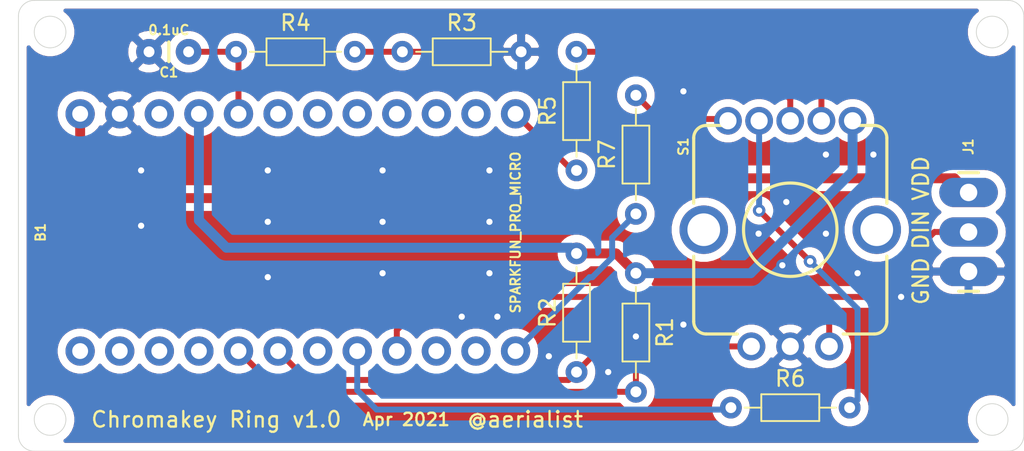
<source format=kicad_pcb>
(kicad_pcb (version 20171130) (host pcbnew "(5.1.9-0-10_14)")

  (general
    (thickness 1.6)
    (drawings 18)
    (tracks 97)
    (zones 0)
    (modules 11)
    (nets 15)
  )

  (page A4)
  (title_block
    (title Chromakey_Ring)
    (date 2021-03-28)
    (rev 1.0)
  )

  (layers
    (0 F.Cu signal)
    (31 B.Cu signal)
    (32 B.Adhes user)
    (33 F.Adhes user)
    (34 B.Paste user)
    (35 F.Paste user)
    (36 B.SilkS user)
    (37 F.SilkS user)
    (38 B.Mask user)
    (39 F.Mask user)
    (40 Dwgs.User user)
    (41 Cmts.User user)
    (42 Eco1.User user)
    (43 Eco2.User user)
    (44 Edge.Cuts user)
    (45 Margin user)
    (46 B.CrtYd user)
    (47 F.CrtYd user)
    (48 B.Fab user)
    (49 F.Fab user)
  )

  (setup
    (last_trace_width 0.381)
    (user_trace_width 0.254)
    (user_trace_width 0.381)
    (user_trace_width 0.508)
    (user_trace_width 0.635)
    (trace_clearance 0.25)
    (zone_clearance 0.508)
    (zone_45_only no)
    (trace_min 0.25)
    (via_size 0.8)
    (via_drill 0.4)
    (via_min_size 0.3)
    (via_min_drill 0.3)
    (uvia_size 0.3)
    (uvia_drill 0.1)
    (uvias_allowed no)
    (uvia_min_size 0.2)
    (uvia_min_drill 0.1)
    (edge_width 0.05)
    (segment_width 0.2)
    (pcb_text_width 0.3)
    (pcb_text_size 1.5 1.5)
    (mod_edge_width 0.12)
    (mod_text_size 1 1)
    (mod_text_width 0.15)
    (pad_size 1.524 1.524)
    (pad_drill 0.762)
    (pad_to_mask_clearance 0)
    (aux_axis_origin 0 0)
    (visible_elements FFFFFF7F)
    (pcbplotparams
      (layerselection 0x010fc_ffffffff)
      (usegerberextensions true)
      (usegerberattributes true)
      (usegerberadvancedattributes true)
      (creategerberjobfile true)
      (excludeedgelayer true)
      (linewidth 0.100000)
      (plotframeref false)
      (viasonmask false)
      (mode 1)
      (useauxorigin false)
      (hpglpennumber 1)
      (hpglpenspeed 20)
      (hpglpendiameter 15.000000)
      (psnegative false)
      (psa4output false)
      (plotreference true)
      (plotvalue true)
      (plotinvisibletext false)
      (padsonsilk false)
      (subtractmaskfromsilk false)
      (outputformat 1)
      (mirror false)
      (drillshape 0)
      (scaleselection 1)
      (outputdirectory ""))
  )

  (net 0 "")
  (net 1 /A)
  (net 2 /B)
  (net 3 /SW)
  (net 4 /LED_G)
  (net 5 /DIN)
  (net 6 /LED_R)
  (net 7 /LED_B)
  (net 8 +5V)
  (net 9 GND)
  (net 10 VD)
  (net 11 "Net-(R7-Pad2)")
  (net 12 "Net-(R6-Pad2)")
  (net 13 "Net-(R3-Pad1)")
  (net 14 "Net-(R5-Pad2)")

  (net_class Default "This is the default net class."
    (clearance 0.25)
    (trace_width 0.25)
    (via_dia 0.8)
    (via_drill 0.4)
    (uvia_dia 0.3)
    (uvia_drill 0.1)
    (diff_pair_width 0.25)
    (diff_pair_gap 0.25)
    (add_net /A)
    (add_net /B)
    (add_net /DIN)
    (add_net /LED_B)
    (add_net /LED_G)
    (add_net /LED_R)
    (add_net /SW)
    (add_net GND)
    (add_net "Net-(R3-Pad1)")
    (add_net "Net-(R5-Pad2)")
    (add_net "Net-(R6-Pad2)")
    (add_net "Net-(R7-Pad2)")
    (add_net VD)
  )

  (net_class power ""
    (clearance 0.25)
    (trace_width 0.25)
    (via_dia 0.8)
    (via_drill 0.4)
    (uvia_dia 0.3)
    (uvia_drill 0.1)
    (diff_pair_width 0.25)
    (diff_pair_gap 0.25)
    (add_net +5V)
  )

  (module Boards:SPARKFUN_PRO_MICRO (layer F.Cu) (tedit 200000) (tstamp 606093F2)
    (at 32.41 88.06 90)
    (descr "SPARKFUN PRO MICO FOOTPRINT (WITH USB CONNECTOR)")
    (tags "SPARKFUN PRO MICO FOOTPRINT (WITH USB CONNECTOR)")
    (path /6060365E)
    (attr virtual)
    (fp_text reference B1 (at 0 -15.24 90) (layer F.SilkS)
      (effects (font (size 0.6096 0.6096) (thickness 0.127)))
    )
    (fp_text value SPARKFUN_PRO_MICRO (at 0 15.24 90) (layer F.SilkS)
      (effects (font (size 0.6096 0.6096) (thickness 0.127)))
    )
    (fp_line (start 3.81 -17.78) (end 3.81 -16.51) (layer Dwgs.User) (width 0.127))
    (fp_line (start -3.81 -17.78) (end 3.81 -17.78) (layer Dwgs.User) (width 0.127))
    (fp_line (start -3.81 -16.51) (end -3.81 -17.78) (layer Dwgs.User) (width 0.127))
    (fp_line (start 8.89 -16.51) (end -8.89 -16.51) (layer Dwgs.User) (width 0.127))
    (fp_line (start 8.89 16.51) (end 8.89 -16.51) (layer Dwgs.User) (width 0.127))
    (fp_line (start -8.89 16.51) (end 8.89 16.51) (layer Dwgs.User) (width 0.127))
    (fp_line (start -8.89 -16.51) (end -8.89 16.51) (layer Dwgs.User) (width 0.127))
    (fp_text user USB (at -0.0508 -16.9164 90) (layer Dwgs.User)
      (effects (font (size 0.8128 0.8128) (thickness 0.1524)))
    )
    (pad 1 thru_hole circle (at -7.62 -12.7 90) (size 1.8796 1.8796) (drill 1.016) (layers *.Cu *.Mask)
      (solder_mask_margin 0.1016))
    (pad 2 thru_hole circle (at -7.62 -10.16 90) (size 1.8796 1.8796) (drill 1.016) (layers *.Cu *.Mask)
      (solder_mask_margin 0.1016))
    (pad 3 thru_hole circle (at -7.62 -7.62 90) (size 1.8796 1.8796) (drill 1.016) (layers *.Cu *.Mask)
      (solder_mask_margin 0.1016))
    (pad 4 thru_hole circle (at -7.62 -5.08 90) (size 1.8796 1.8796) (drill 1.016) (layers *.Cu *.Mask)
      (solder_mask_margin 0.1016))
    (pad 5 thru_hole circle (at -7.62 -2.54 90) (size 1.8796 1.8796) (drill 1.016) (layers *.Cu *.Mask)
      (net 1 /A) (solder_mask_margin 0.1016))
    (pad 6 thru_hole circle (at -7.62 0 90) (size 1.8796 1.8796) (drill 1.016) (layers *.Cu *.Mask)
      (net 2 /B) (solder_mask_margin 0.1016))
    (pad 7 thru_hole circle (at -7.62 2.54 90) (size 1.8796 1.8796) (drill 1.016) (layers *.Cu *.Mask)
      (solder_mask_margin 0.1016))
    (pad 8 thru_hole circle (at -7.62 5.08 90) (size 1.8796 1.8796) (drill 1.016) (layers *.Cu *.Mask)
      (net 4 /LED_G) (solder_mask_margin 0.1016))
    (pad 9 thru_hole circle (at -7.62 7.62 90) (size 1.8796 1.8796) (drill 1.016) (layers *.Cu *.Mask)
      (net 5 /DIN) (solder_mask_margin 0.1016))
    (pad 10 thru_hole circle (at -7.62 10.16 90) (size 1.8796 1.8796) (drill 1.016) (layers *.Cu *.Mask)
      (solder_mask_margin 0.1016))
    (pad 11 thru_hole circle (at -7.62 12.7 90) (size 1.8796 1.8796) (drill 1.016) (layers *.Cu *.Mask)
      (solder_mask_margin 0.1016))
    (pad 12 thru_hole circle (at -7.62 15.24 90) (size 1.8796 1.8796) (drill 1.016) (layers *.Cu *.Mask)
      (net 6 /LED_R) (solder_mask_margin 0.1016))
    (pad 13 thru_hole circle (at 7.62 15.24 90) (size 1.8796 1.8796) (drill 1.016) (layers *.Cu *.Mask)
      (net 7 /LED_B) (solder_mask_margin 0.1016))
    (pad 14 thru_hole circle (at 7.62 12.7 90) (size 1.8796 1.8796) (drill 1.016) (layers *.Cu *.Mask)
      (solder_mask_margin 0.1016))
    (pad 15 thru_hole circle (at 7.62 10.16 90) (size 1.8796 1.8796) (drill 1.016) (layers *.Cu *.Mask)
      (solder_mask_margin 0.1016))
    (pad 16 thru_hole circle (at 7.62 7.62 90) (size 1.8796 1.8796) (drill 1.016) (layers *.Cu *.Mask)
      (solder_mask_margin 0.1016))
    (pad 17 thru_hole circle (at 7.62 5.08 90) (size 1.8796 1.8796) (drill 1.016) (layers *.Cu *.Mask)
      (solder_mask_margin 0.1016))
    (pad 18 thru_hole circle (at 7.62 2.54 90) (size 1.8796 1.8796) (drill 1.016) (layers *.Cu *.Mask)
      (solder_mask_margin 0.1016))
    (pad 19 thru_hole circle (at 7.62 0 90) (size 1.8796 1.8796) (drill 1.016) (layers *.Cu *.Mask)
      (solder_mask_margin 0.1016))
    (pad 20 thru_hole circle (at 7.62 -2.54 90) (size 1.8796 1.8796) (drill 1.016) (layers *.Cu *.Mask)
      (net 3 /SW) (solder_mask_margin 0.1016))
    (pad 21 thru_hole circle (at 7.62 -5.08 90) (size 1.8796 1.8796) (drill 1.016) (layers *.Cu *.Mask)
      (net 8 +5V) (solder_mask_margin 0.1016))
    (pad 22 thru_hole circle (at 7.62 -7.62 90) (size 1.8796 1.8796) (drill 1.016) (layers *.Cu *.Mask)
      (solder_mask_margin 0.1016))
    (pad 23 thru_hole circle (at 7.62 -10.16 90) (size 1.8796 1.8796) (drill 1.016) (layers *.Cu *.Mask)
      (net 9 GND) (solder_mask_margin 0.1016))
    (pad 24 thru_hole circle (at 7.62 -12.7 90) (size 1.8796 1.8796) (drill 1.016) (layers *.Cu *.Mask)
      (net 10 VD) (solder_mask_margin 0.1016))
  )

  (module Capacitors:CAP-PTH-2.54 (layer F.Cu) (tedit 200000) (tstamp 60608289)
    (at 25.4 76.454 180)
    (descr "2 PTH SPACED 0.1\" APART")
    (tags "2 PTH SPACED 0.1\" APART")
    (path /6060B1D3)
    (attr virtual)
    (fp_text reference C1 (at 0 -1.3208) (layer F.SilkS)
      (effects (font (size 0.6096 0.6096) (thickness 0.127)))
    )
    (fp_text value 0.1uC (at 0 1.397) (layer F.SilkS)
      (effects (font (size 0.6096 0.6096) (thickness 0.127)))
    )
    (fp_line (start 0 -0.635) (end 0 0.635) (layer F.SilkS) (width 0.2032))
    (pad 1 thru_hole circle (at -1.27 0 180) (size 1.651 1.651) (drill 0.6985) (layers *.Cu *.Mask)
      (net 3 /SW) (solder_mask_margin 0.1016))
    (pad 2 thru_hole circle (at 1.27 0 180) (size 1.651 1.651) (drill 0.6985) (layers *.Cu *.Mask)
      (net 9 GND) (solder_mask_margin 0.1016))
  )

  (module Connectors:1X03_LONGPADS (layer F.Cu) (tedit 5963D1FA) (tstamp 60608292)
    (at 76.72 85.49 270)
    (descr "PLATED THROUGH HOLE - 3 PIN LONG PADS")
    (tags "PLATED THROUGH HOLE - 3 PIN LONG PADS")
    (path /60606421)
    (attr virtual)
    (fp_text reference J1 (at -2.94 0.012 90) (layer F.SilkS)
      (effects (font (size 0.6096 0.6096) (thickness 0.127)))
    )
    (fp_text value Conn_01x03 (at -4.464 1.282 90) (layer F.SilkS) hide
      (effects (font (size 0.6096 0.6096) (thickness 0.127)))
    )
    (fp_line (start 6.35 -0.635) (end 6.35 0.635) (layer F.SilkS) (width 0.2032))
    (fp_line (start -1.27 -0.635) (end -1.27 0.635) (layer F.SilkS) (width 0.2032))
    (pad 1 thru_hole oval (at 0 0 90) (size 1.8796 3.7592) (drill 1.1176) (layers *.Cu *.Mask)
      (net 10 VD) (solder_mask_margin 0.1016))
    (pad 2 thru_hole oval (at 2.54 0 90) (size 1.8796 3.7592) (drill 1.1176) (layers *.Cu *.Mask)
      (net 5 /DIN) (solder_mask_margin 0.1016))
    (pad 3 thru_hole oval (at 5.08 0 90) (size 1.8796 3.7592) (drill 1.1176) (layers *.Cu *.Mask)
      (net 9 GND) (solder_mask_margin 0.1016))
  )

  (module Switches:ENCODER_LED_3 (layer F.Cu) (tedit 200000) (tstamp 60608313)
    (at 65.278 87.884)
    (descr "ILLUMINATED ROTARY ENCODER W/ RGB LED AND SELECT SWITCH")
    (tags "ILLUMINATED ROTARY ENCODER W/ RGB LED AND SELECT SWITCH")
    (path /6060CECD)
    (attr virtual)
    (fp_text reference S1 (at -6.858 -5.334 90) (layer F.SilkS)
      (effects (font (size 0.6096 0.6096) (thickness 0.127)))
    )
    (fp_text value ENCODER-RGB-SWITCH (at 6.858 -7.366 90) (layer F.SilkS) hide
      (effects (font (size 0.6096 0.6096) (thickness 0.127)))
    )
    (fp_circle (center 0 0) (end 0 -2.99974) (layer F.SilkS) (width 0.2032))
    (fp_line (start -6.1976 1.69926) (end -6.1976 5.8928) (layer F.SilkS) (width 0.2032))
    (fp_line (start -5.39242 6.69798) (end -3.39852 6.69798) (layer F.SilkS) (width 0.2032))
    (fp_line (start 5.39242 6.69798) (end 3.39852 6.69798) (layer F.SilkS) (width 0.2032))
    (fp_line (start 6.1976 1.69926) (end 6.1976 5.8928) (layer F.SilkS) (width 0.2032))
    (fp_line (start 6.1976 -1.69926) (end 6.1976 -5.8928) (layer F.SilkS) (width 0.2032))
    (fp_line (start 5.39242 -6.69798) (end 3.8989 -6.69798) (layer F.SilkS) (width 0.2032))
    (fp_line (start 6.1976 -1.69926) (end 6.1976 1.69926) (layer Dwgs.User) (width 0.2032))
    (fp_line (start -6.1976 1.69926) (end -6.1976 -1.69926) (layer Dwgs.User) (width 0.2032))
    (fp_line (start 3.39852 6.69798) (end -3.39852 6.69798) (layer Dwgs.User) (width 0.2032))
    (fp_line (start -5.39242 -6.69798) (end -3.8989 -6.69798) (layer F.SilkS) (width 0.2032))
    (fp_line (start -6.1976 -1.69926) (end -6.1976 -5.8928) (layer F.SilkS) (width 0.2032))
    (fp_line (start -3.8989 -6.69798) (end 3.8989 -6.69798) (layer Dwgs.User) (width 0.2032))
    (fp_arc (start -5.39242 -5.8928) (end -6.1976 -5.8928) (angle 90) (layer F.SilkS) (width 0.2032))
    (fp_arc (start 5.39242 -5.8928) (end 5.39242 -6.69798) (angle 90) (layer F.SilkS) (width 0.2032))
    (fp_arc (start 5.39242 5.8928) (end 6.1976 5.8928) (angle 90) (layer F.SilkS) (width 0.2032))
    (fp_arc (start -5.39242 5.8928) (end -5.39242 6.69798) (angle 90) (layer F.SilkS) (width 0.2032))
    (pad 1 thru_hole circle (at -3.99796 -6.9977) (size 1.778 1.778) (drill 1.09982) (layers *.Cu *.Mask)
      (net 11 "Net-(R7-Pad2)") (solder_mask_margin 0.1016))
    (pad 2 thru_hole circle (at -1.99898 -6.9977) (size 1.778 1.778) (drill 1.09982) (layers *.Cu *.Mask)
      (net 12 "Net-(R6-Pad2)") (solder_mask_margin 0.1016))
    (pad 3 thru_hole circle (at 0 -6.9977) (size 1.778 1.778) (drill 1.09982) (layers *.Cu *.Mask)
      (net 13 "Net-(R3-Pad1)") (solder_mask_margin 0.1016))
    (pad 4 thru_hole circle (at 1.99898 -6.9977) (size 1.778 1.778) (drill 1.09982) (layers *.Cu *.Mask)
      (net 14 "Net-(R5-Pad2)") (solder_mask_margin 0.1016))
    (pad 5 thru_hole circle (at 3.99796 -6.9977) (size 1.778 1.778) (drill 1.09982) (layers *.Cu *.Mask)
      (net 8 +5V) (solder_mask_margin 0.1016))
    (pad A thru_hole circle (at -2.49936 7.49808) (size 1.79832 1.79832) (drill 1.09982) (layers *.Cu *.Mask)
      (net 1 /A) (solder_mask_margin 0.1016))
    (pad B thru_hole circle (at 2.49936 7.49808) (size 1.79832 1.79832) (drill 1.09982) (layers *.Cu *.Mask)
      (net 2 /B) (solder_mask_margin 0.1016))
    (pad C thru_hole circle (at 0 7.49808) (size 1.79832 1.79832) (drill 1.09982) (layers *.Cu *.Mask)
      (net 9 GND) (solder_mask_margin 0.1016))
    (pad M1 thru_hole circle (at -5.5499 0) (size 3.11404 3.11404) (drill 2.09804) (layers *.Cu *.Mask)
      (solder_mask_margin 0.1016))
    (pad M2 thru_hole circle (at 5.5499 0) (size 3.11404 3.11404) (drill 2.09804) (layers *.Cu *.Mask)
      (solder_mask_margin 0.1016))
  )

  (module Resistors_THT:R_Axial_DIN0204_L3.6mm_D1.6mm_P7.62mm_Horizontal (layer F.Cu) (tedit 5874F706) (tstamp 60608AF2)
    (at 55.372 90.678 270)
    (descr "Resistor, Axial_DIN0204 series, Axial, Horizontal, pin pitch=7.62mm, 0.16666666666666666W = 1/6W, length*diameter=3.6*1.6mm^2, http://cdn-reichelt.de/documents/datenblatt/B400/1_4W%23YAG.pdf")
    (tags "Resistor Axial_DIN0204 series Axial Horizontal pin pitch 7.62mm 0.16666666666666666W = 1/6W length 3.6mm diameter 1.6mm")
    (path /60607B89)
    (fp_text reference R1 (at 3.81 -1.86 90) (layer F.SilkS)
      (effects (font (size 1 1) (thickness 0.15)))
    )
    (fp_text value 10kR (at 3.81 1.86 90) (layer F.Fab)
      (effects (font (size 1 1) (thickness 0.15)))
    )
    (fp_line (start 8.6 -1.15) (end -0.95 -1.15) (layer F.CrtYd) (width 0.05))
    (fp_line (start 8.6 1.15) (end 8.6 -1.15) (layer F.CrtYd) (width 0.05))
    (fp_line (start -0.95 1.15) (end 8.6 1.15) (layer F.CrtYd) (width 0.05))
    (fp_line (start -0.95 -1.15) (end -0.95 1.15) (layer F.CrtYd) (width 0.05))
    (fp_line (start 6.74 0) (end 5.67 0) (layer F.SilkS) (width 0.12))
    (fp_line (start 0.88 0) (end 1.95 0) (layer F.SilkS) (width 0.12))
    (fp_line (start 5.67 -0.86) (end 1.95 -0.86) (layer F.SilkS) (width 0.12))
    (fp_line (start 5.67 0.86) (end 5.67 -0.86) (layer F.SilkS) (width 0.12))
    (fp_line (start 1.95 0.86) (end 5.67 0.86) (layer F.SilkS) (width 0.12))
    (fp_line (start 1.95 -0.86) (end 1.95 0.86) (layer F.SilkS) (width 0.12))
    (fp_line (start 7.62 0) (end 5.61 0) (layer F.Fab) (width 0.1))
    (fp_line (start 0 0) (end 2.01 0) (layer F.Fab) (width 0.1))
    (fp_line (start 5.61 -0.8) (end 2.01 -0.8) (layer F.Fab) (width 0.1))
    (fp_line (start 5.61 0.8) (end 5.61 -0.8) (layer F.Fab) (width 0.1))
    (fp_line (start 2.01 0.8) (end 5.61 0.8) (layer F.Fab) (width 0.1))
    (fp_line (start 2.01 -0.8) (end 2.01 0.8) (layer F.Fab) (width 0.1))
    (pad 1 thru_hole circle (at 0 0 270) (size 1.4 1.4) (drill 0.7) (layers *.Cu *.Mask)
      (net 8 +5V))
    (pad 2 thru_hole oval (at 7.62 0 270) (size 1.4 1.4) (drill 0.7) (layers *.Cu *.Mask)
      (net 1 /A))
    (model Resistors_THT.3dshapes/R_Axial_DIN0204_L3.6mm_D1.6mm_P7.62mm_Horizontal.wrl
      (at (xyz 0 0 0))
      (scale (xyz 0.393701 0.393701 0.393701))
      (rotate (xyz 0 0 0))
    )
  )

  (module Resistors_THT:R_Axial_DIN0204_L3.6mm_D1.6mm_P7.62mm_Horizontal (layer F.Cu) (tedit 5874F706) (tstamp 60608B07)
    (at 51.562 97.028 90)
    (descr "Resistor, Axial_DIN0204 series, Axial, Horizontal, pin pitch=7.62mm, 0.16666666666666666W = 1/6W, length*diameter=3.6*1.6mm^2, http://cdn-reichelt.de/documents/datenblatt/B400/1_4W%23YAG.pdf")
    (tags "Resistor Axial_DIN0204 series Axial Horizontal pin pitch 7.62mm 0.16666666666666666W = 1/6W length 3.6mm diameter 1.6mm")
    (path /60608434)
    (fp_text reference R2 (at 3.81 -1.86 90) (layer F.SilkS)
      (effects (font (size 1 1) (thickness 0.15)))
    )
    (fp_text value 10kR (at 3.81 1.86 90) (layer F.Fab)
      (effects (font (size 1 1) (thickness 0.15)))
    )
    (fp_line (start 2.01 -0.8) (end 2.01 0.8) (layer F.Fab) (width 0.1))
    (fp_line (start 2.01 0.8) (end 5.61 0.8) (layer F.Fab) (width 0.1))
    (fp_line (start 5.61 0.8) (end 5.61 -0.8) (layer F.Fab) (width 0.1))
    (fp_line (start 5.61 -0.8) (end 2.01 -0.8) (layer F.Fab) (width 0.1))
    (fp_line (start 0 0) (end 2.01 0) (layer F.Fab) (width 0.1))
    (fp_line (start 7.62 0) (end 5.61 0) (layer F.Fab) (width 0.1))
    (fp_line (start 1.95 -0.86) (end 1.95 0.86) (layer F.SilkS) (width 0.12))
    (fp_line (start 1.95 0.86) (end 5.67 0.86) (layer F.SilkS) (width 0.12))
    (fp_line (start 5.67 0.86) (end 5.67 -0.86) (layer F.SilkS) (width 0.12))
    (fp_line (start 5.67 -0.86) (end 1.95 -0.86) (layer F.SilkS) (width 0.12))
    (fp_line (start 0.88 0) (end 1.95 0) (layer F.SilkS) (width 0.12))
    (fp_line (start 6.74 0) (end 5.67 0) (layer F.SilkS) (width 0.12))
    (fp_line (start -0.95 -1.15) (end -0.95 1.15) (layer F.CrtYd) (width 0.05))
    (fp_line (start -0.95 1.15) (end 8.6 1.15) (layer F.CrtYd) (width 0.05))
    (fp_line (start 8.6 1.15) (end 8.6 -1.15) (layer F.CrtYd) (width 0.05))
    (fp_line (start 8.6 -1.15) (end -0.95 -1.15) (layer F.CrtYd) (width 0.05))
    (pad 2 thru_hole oval (at 7.62 0 90) (size 1.4 1.4) (drill 0.7) (layers *.Cu *.Mask)
      (net 8 +5V))
    (pad 1 thru_hole circle (at 0 0 90) (size 1.4 1.4) (drill 0.7) (layers *.Cu *.Mask)
      (net 2 /B))
    (model Resistors_THT.3dshapes/R_Axial_DIN0204_L3.6mm_D1.6mm_P7.62mm_Horizontal.wrl
      (at (xyz 0 0 0))
      (scale (xyz 0.393701 0.393701 0.393701))
      (rotate (xyz 0 0 0))
    )
  )

  (module Resistors_THT:R_Axial_DIN0204_L3.6mm_D1.6mm_P7.62mm_Horizontal (layer F.Cu) (tedit 5874F706) (tstamp 60608B1C)
    (at 40.386 76.454)
    (descr "Resistor, Axial_DIN0204 series, Axial, Horizontal, pin pitch=7.62mm, 0.16666666666666666W = 1/6W, length*diameter=3.6*1.6mm^2, http://cdn-reichelt.de/documents/datenblatt/B400/1_4W%23YAG.pdf")
    (tags "Resistor Axial_DIN0204 series Axial Horizontal pin pitch 7.62mm 0.16666666666666666W = 1/6W length 3.6mm diameter 1.6mm")
    (path /6060AA31)
    (fp_text reference R3 (at 3.81 -1.86) (layer F.SilkS)
      (effects (font (size 1 1) (thickness 0.15)))
    )
    (fp_text value 10kR (at 3.81 1.86) (layer F.Fab)
      (effects (font (size 1 1) (thickness 0.15)))
    )
    (fp_line (start 8.6 -1.15) (end -0.95 -1.15) (layer F.CrtYd) (width 0.05))
    (fp_line (start 8.6 1.15) (end 8.6 -1.15) (layer F.CrtYd) (width 0.05))
    (fp_line (start -0.95 1.15) (end 8.6 1.15) (layer F.CrtYd) (width 0.05))
    (fp_line (start -0.95 -1.15) (end -0.95 1.15) (layer F.CrtYd) (width 0.05))
    (fp_line (start 6.74 0) (end 5.67 0) (layer F.SilkS) (width 0.12))
    (fp_line (start 0.88 0) (end 1.95 0) (layer F.SilkS) (width 0.12))
    (fp_line (start 5.67 -0.86) (end 1.95 -0.86) (layer F.SilkS) (width 0.12))
    (fp_line (start 5.67 0.86) (end 5.67 -0.86) (layer F.SilkS) (width 0.12))
    (fp_line (start 1.95 0.86) (end 5.67 0.86) (layer F.SilkS) (width 0.12))
    (fp_line (start 1.95 -0.86) (end 1.95 0.86) (layer F.SilkS) (width 0.12))
    (fp_line (start 7.62 0) (end 5.61 0) (layer F.Fab) (width 0.1))
    (fp_line (start 0 0) (end 2.01 0) (layer F.Fab) (width 0.1))
    (fp_line (start 5.61 -0.8) (end 2.01 -0.8) (layer F.Fab) (width 0.1))
    (fp_line (start 5.61 0.8) (end 5.61 -0.8) (layer F.Fab) (width 0.1))
    (fp_line (start 2.01 0.8) (end 5.61 0.8) (layer F.Fab) (width 0.1))
    (fp_line (start 2.01 -0.8) (end 2.01 0.8) (layer F.Fab) (width 0.1))
    (pad 1 thru_hole circle (at 0 0) (size 1.4 1.4) (drill 0.7) (layers *.Cu *.Mask)
      (net 13 "Net-(R3-Pad1)"))
    (pad 2 thru_hole oval (at 7.62 0) (size 1.4 1.4) (drill 0.7) (layers *.Cu *.Mask)
      (net 9 GND))
    (model Resistors_THT.3dshapes/R_Axial_DIN0204_L3.6mm_D1.6mm_P7.62mm_Horizontal.wrl
      (at (xyz 0 0 0))
      (scale (xyz 0.393701 0.393701 0.393701))
      (rotate (xyz 0 0 0))
    )
  )

  (module Resistors_THT:R_Axial_DIN0204_L3.6mm_D1.6mm_P7.62mm_Horizontal (layer F.Cu) (tedit 5874F706) (tstamp 60608B31)
    (at 29.718 76.454)
    (descr "Resistor, Axial_DIN0204 series, Axial, Horizontal, pin pitch=7.62mm, 0.16666666666666666W = 1/6W, length*diameter=3.6*1.6mm^2, http://cdn-reichelt.de/documents/datenblatt/B400/1_4W%23YAG.pdf")
    (tags "Resistor Axial_DIN0204 series Axial Horizontal pin pitch 7.62mm 0.16666666666666666W = 1/6W length 3.6mm diameter 1.6mm")
    (path /6060A5B9)
    (fp_text reference R4 (at 3.81 -1.86) (layer F.SilkS)
      (effects (font (size 1 1) (thickness 0.15)))
    )
    (fp_text value 1kR (at 3.81 1.86) (layer F.Fab)
      (effects (font (size 1 1) (thickness 0.15)))
    )
    (fp_line (start 2.01 -0.8) (end 2.01 0.8) (layer F.Fab) (width 0.1))
    (fp_line (start 2.01 0.8) (end 5.61 0.8) (layer F.Fab) (width 0.1))
    (fp_line (start 5.61 0.8) (end 5.61 -0.8) (layer F.Fab) (width 0.1))
    (fp_line (start 5.61 -0.8) (end 2.01 -0.8) (layer F.Fab) (width 0.1))
    (fp_line (start 0 0) (end 2.01 0) (layer F.Fab) (width 0.1))
    (fp_line (start 7.62 0) (end 5.61 0) (layer F.Fab) (width 0.1))
    (fp_line (start 1.95 -0.86) (end 1.95 0.86) (layer F.SilkS) (width 0.12))
    (fp_line (start 1.95 0.86) (end 5.67 0.86) (layer F.SilkS) (width 0.12))
    (fp_line (start 5.67 0.86) (end 5.67 -0.86) (layer F.SilkS) (width 0.12))
    (fp_line (start 5.67 -0.86) (end 1.95 -0.86) (layer F.SilkS) (width 0.12))
    (fp_line (start 0.88 0) (end 1.95 0) (layer F.SilkS) (width 0.12))
    (fp_line (start 6.74 0) (end 5.67 0) (layer F.SilkS) (width 0.12))
    (fp_line (start -0.95 -1.15) (end -0.95 1.15) (layer F.CrtYd) (width 0.05))
    (fp_line (start -0.95 1.15) (end 8.6 1.15) (layer F.CrtYd) (width 0.05))
    (fp_line (start 8.6 1.15) (end 8.6 -1.15) (layer F.CrtYd) (width 0.05))
    (fp_line (start 8.6 -1.15) (end -0.95 -1.15) (layer F.CrtYd) (width 0.05))
    (pad 2 thru_hole oval (at 7.62 0) (size 1.4 1.4) (drill 0.7) (layers *.Cu *.Mask)
      (net 13 "Net-(R3-Pad1)"))
    (pad 1 thru_hole circle (at 0 0) (size 1.4 1.4) (drill 0.7) (layers *.Cu *.Mask)
      (net 3 /SW))
    (model Resistors_THT.3dshapes/R_Axial_DIN0204_L3.6mm_D1.6mm_P7.62mm_Horizontal.wrl
      (at (xyz 0 0 0))
      (scale (xyz 0.393701 0.393701 0.393701))
      (rotate (xyz 0 0 0))
    )
  )

  (module Resistors_THT:R_Axial_DIN0204_L3.6mm_D1.6mm_P7.62mm_Horizontal (layer F.Cu) (tedit 5874F706) (tstamp 60608B46)
    (at 51.562 84.074 90)
    (descr "Resistor, Axial_DIN0204 series, Axial, Horizontal, pin pitch=7.62mm, 0.16666666666666666W = 1/6W, length*diameter=3.6*1.6mm^2, http://cdn-reichelt.de/documents/datenblatt/B400/1_4W%23YAG.pdf")
    (tags "Resistor Axial_DIN0204 series Axial Horizontal pin pitch 7.62mm 0.16666666666666666W = 1/6W length 3.6mm diameter 1.6mm")
    (path /60609CFB)
    (fp_text reference R5 (at 3.81 -1.86 90) (layer F.SilkS)
      (effects (font (size 1 1) (thickness 0.15)))
    )
    (fp_text value 330R (at 3.81 1.86 90) (layer F.Fab)
      (effects (font (size 1 1) (thickness 0.15)))
    )
    (fp_line (start 8.6 -1.15) (end -0.95 -1.15) (layer F.CrtYd) (width 0.05))
    (fp_line (start 8.6 1.15) (end 8.6 -1.15) (layer F.CrtYd) (width 0.05))
    (fp_line (start -0.95 1.15) (end 8.6 1.15) (layer F.CrtYd) (width 0.05))
    (fp_line (start -0.95 -1.15) (end -0.95 1.15) (layer F.CrtYd) (width 0.05))
    (fp_line (start 6.74 0) (end 5.67 0) (layer F.SilkS) (width 0.12))
    (fp_line (start 0.88 0) (end 1.95 0) (layer F.SilkS) (width 0.12))
    (fp_line (start 5.67 -0.86) (end 1.95 -0.86) (layer F.SilkS) (width 0.12))
    (fp_line (start 5.67 0.86) (end 5.67 -0.86) (layer F.SilkS) (width 0.12))
    (fp_line (start 1.95 0.86) (end 5.67 0.86) (layer F.SilkS) (width 0.12))
    (fp_line (start 1.95 -0.86) (end 1.95 0.86) (layer F.SilkS) (width 0.12))
    (fp_line (start 7.62 0) (end 5.61 0) (layer F.Fab) (width 0.1))
    (fp_line (start 0 0) (end 2.01 0) (layer F.Fab) (width 0.1))
    (fp_line (start 5.61 -0.8) (end 2.01 -0.8) (layer F.Fab) (width 0.1))
    (fp_line (start 5.61 0.8) (end 5.61 -0.8) (layer F.Fab) (width 0.1))
    (fp_line (start 2.01 0.8) (end 5.61 0.8) (layer F.Fab) (width 0.1))
    (fp_line (start 2.01 -0.8) (end 2.01 0.8) (layer F.Fab) (width 0.1))
    (pad 1 thru_hole circle (at 0 0 90) (size 1.4 1.4) (drill 0.7) (layers *.Cu *.Mask)
      (net 7 /LED_B))
    (pad 2 thru_hole oval (at 7.62 0 90) (size 1.4 1.4) (drill 0.7) (layers *.Cu *.Mask)
      (net 14 "Net-(R5-Pad2)"))
    (model Resistors_THT.3dshapes/R_Axial_DIN0204_L3.6mm_D1.6mm_P7.62mm_Horizontal.wrl
      (at (xyz 0 0 0))
      (scale (xyz 0.393701 0.393701 0.393701))
      (rotate (xyz 0 0 0))
    )
  )

  (module Resistors_THT:R_Axial_DIN0204_L3.6mm_D1.6mm_P7.62mm_Horizontal (layer F.Cu) (tedit 5874F706) (tstamp 60608B5B)
    (at 61.468 99.314)
    (descr "Resistor, Axial_DIN0204 series, Axial, Horizontal, pin pitch=7.62mm, 0.16666666666666666W = 1/6W, length*diameter=3.6*1.6mm^2, http://cdn-reichelt.de/documents/datenblatt/B400/1_4W%23YAG.pdf")
    (tags "Resistor Axial_DIN0204 series Axial Horizontal pin pitch 7.62mm 0.16666666666666666W = 1/6W length 3.6mm diameter 1.6mm")
    (path /6060940C)
    (fp_text reference R6 (at 3.81 -1.86) (layer F.SilkS)
      (effects (font (size 1 1) (thickness 0.15)))
    )
    (fp_text value 330R (at 3.81 1.86) (layer F.Fab)
      (effects (font (size 1 1) (thickness 0.15)))
    )
    (fp_line (start 2.01 -0.8) (end 2.01 0.8) (layer F.Fab) (width 0.1))
    (fp_line (start 2.01 0.8) (end 5.61 0.8) (layer F.Fab) (width 0.1))
    (fp_line (start 5.61 0.8) (end 5.61 -0.8) (layer F.Fab) (width 0.1))
    (fp_line (start 5.61 -0.8) (end 2.01 -0.8) (layer F.Fab) (width 0.1))
    (fp_line (start 0 0) (end 2.01 0) (layer F.Fab) (width 0.1))
    (fp_line (start 7.62 0) (end 5.61 0) (layer F.Fab) (width 0.1))
    (fp_line (start 1.95 -0.86) (end 1.95 0.86) (layer F.SilkS) (width 0.12))
    (fp_line (start 1.95 0.86) (end 5.67 0.86) (layer F.SilkS) (width 0.12))
    (fp_line (start 5.67 0.86) (end 5.67 -0.86) (layer F.SilkS) (width 0.12))
    (fp_line (start 5.67 -0.86) (end 1.95 -0.86) (layer F.SilkS) (width 0.12))
    (fp_line (start 0.88 0) (end 1.95 0) (layer F.SilkS) (width 0.12))
    (fp_line (start 6.74 0) (end 5.67 0) (layer F.SilkS) (width 0.12))
    (fp_line (start -0.95 -1.15) (end -0.95 1.15) (layer F.CrtYd) (width 0.05))
    (fp_line (start -0.95 1.15) (end 8.6 1.15) (layer F.CrtYd) (width 0.05))
    (fp_line (start 8.6 1.15) (end 8.6 -1.15) (layer F.CrtYd) (width 0.05))
    (fp_line (start 8.6 -1.15) (end -0.95 -1.15) (layer F.CrtYd) (width 0.05))
    (pad 2 thru_hole oval (at 7.62 0) (size 1.4 1.4) (drill 0.7) (layers *.Cu *.Mask)
      (net 12 "Net-(R6-Pad2)"))
    (pad 1 thru_hole circle (at 0 0) (size 1.4 1.4) (drill 0.7) (layers *.Cu *.Mask)
      (net 4 /LED_G))
    (model Resistors_THT.3dshapes/R_Axial_DIN0204_L3.6mm_D1.6mm_P7.62mm_Horizontal.wrl
      (at (xyz 0 0 0))
      (scale (xyz 0.393701 0.393701 0.393701))
      (rotate (xyz 0 0 0))
    )
  )

  (module Resistors_THT:R_Axial_DIN0204_L3.6mm_D1.6mm_P7.62mm_Horizontal (layer F.Cu) (tedit 5874F706) (tstamp 60608B70)
    (at 55.372 86.868 90)
    (descr "Resistor, Axial_DIN0204 series, Axial, Horizontal, pin pitch=7.62mm, 0.16666666666666666W = 1/6W, length*diameter=3.6*1.6mm^2, http://cdn-reichelt.de/documents/datenblatt/B400/1_4W%23YAG.pdf")
    (tags "Resistor Axial_DIN0204 series Axial Horizontal pin pitch 7.62mm 0.16666666666666666W = 1/6W length 3.6mm diameter 1.6mm")
    (path /60608B9D)
    (fp_text reference R7 (at 3.81 -1.86 90) (layer F.SilkS)
      (effects (font (size 1 1) (thickness 0.15)))
    )
    (fp_text value 330R (at 3.81 1.86 90) (layer F.Fab)
      (effects (font (size 1 1) (thickness 0.15)))
    )
    (fp_line (start 8.6 -1.15) (end -0.95 -1.15) (layer F.CrtYd) (width 0.05))
    (fp_line (start 8.6 1.15) (end 8.6 -1.15) (layer F.CrtYd) (width 0.05))
    (fp_line (start -0.95 1.15) (end 8.6 1.15) (layer F.CrtYd) (width 0.05))
    (fp_line (start -0.95 -1.15) (end -0.95 1.15) (layer F.CrtYd) (width 0.05))
    (fp_line (start 6.74 0) (end 5.67 0) (layer F.SilkS) (width 0.12))
    (fp_line (start 0.88 0) (end 1.95 0) (layer F.SilkS) (width 0.12))
    (fp_line (start 5.67 -0.86) (end 1.95 -0.86) (layer F.SilkS) (width 0.12))
    (fp_line (start 5.67 0.86) (end 5.67 -0.86) (layer F.SilkS) (width 0.12))
    (fp_line (start 1.95 0.86) (end 5.67 0.86) (layer F.SilkS) (width 0.12))
    (fp_line (start 1.95 -0.86) (end 1.95 0.86) (layer F.SilkS) (width 0.12))
    (fp_line (start 7.62 0) (end 5.61 0) (layer F.Fab) (width 0.1))
    (fp_line (start 0 0) (end 2.01 0) (layer F.Fab) (width 0.1))
    (fp_line (start 5.61 -0.8) (end 2.01 -0.8) (layer F.Fab) (width 0.1))
    (fp_line (start 5.61 0.8) (end 5.61 -0.8) (layer F.Fab) (width 0.1))
    (fp_line (start 2.01 0.8) (end 5.61 0.8) (layer F.Fab) (width 0.1))
    (fp_line (start 2.01 -0.8) (end 2.01 0.8) (layer F.Fab) (width 0.1))
    (pad 1 thru_hole circle (at 0 0 90) (size 1.4 1.4) (drill 0.7) (layers *.Cu *.Mask)
      (net 6 /LED_R))
    (pad 2 thru_hole oval (at 7.62 0 90) (size 1.4 1.4) (drill 0.7) (layers *.Cu *.Mask)
      (net 11 "Net-(R7-Pad2)"))
    (model Resistors_THT.3dshapes/R_Axial_DIN0204_L3.6mm_D1.6mm_P7.62mm_Horizontal.wrl
      (at (xyz 0 0 0))
      (scale (xyz 0.393701 0.393701 0.393701))
      (rotate (xyz 0 0 0))
    )
  )

  (gr_text "Apr 2021" (at 40.64 100.076) (layer F.SilkS)
    (effects (font (size 0.8 0.8) (thickness 0.15)))
  )
  (gr_text @aerialist (at 48.26 100.076) (layer F.SilkS)
    (effects (font (size 1 1) (thickness 0.15)))
  )
  (gr_text "Chromakey Ring v1.0" (at 28.448 100.076) (layer F.SilkS)
    (effects (font (size 1 1) (thickness 0.15)))
  )
  (gr_text VDD (at 73.66 84.582 90) (layer F.SilkS)
    (effects (font (size 1 1) (thickness 0.15)))
  )
  (gr_text GND (at 73.66 91.186 90) (layer F.SilkS)
    (effects (font (size 1 1) (thickness 0.15)))
  )
  (gr_text DIN (at 73.66 87.884 90) (layer F.SilkS)
    (effects (font (size 1 1) (thickness 0.15)))
  )
  (gr_arc (start 79.248 74.168) (end 80.264 74.168) (angle -90) (layer Edge.Cuts) (width 0.05))
  (gr_circle (center 78.232 75.184) (end 79.248 75.184) (layer Edge.Cuts) (width 0.05) (tstamp 6060A334))
  (gr_arc (start 79.248 101.092) (end 79.248 102.108) (angle -90) (layer Edge.Cuts) (width 0.05))
  (gr_circle (center 78.232 100.076) (end 79.248 100.076) (layer Edge.Cuts) (width 0.05) (tstamp 6060A317))
  (gr_arc (start 16.764 101.092) (end 15.748 101.092) (angle -90) (layer Edge.Cuts) (width 0.05))
  (gr_circle (center 17.78 100.076) (end 18.796 100.076) (layer Edge.Cuts) (width 0.05) (tstamp 6060A30C))
  (gr_arc (start 16.764 74.168) (end 16.764 73.152) (angle -90) (layer Edge.Cuts) (width 0.05))
  (gr_circle (center 17.78 75.184) (end 18.796 75.184) (layer Edge.Cuts) (width 0.05))
  (gr_line (start 79.248 73.152) (end 16.764 73.152) (layer Edge.Cuts) (width 0.05))
  (gr_line (start 80.264 101.092) (end 80.264 74.168) (layer Edge.Cuts) (width 0.05))
  (gr_line (start 16.764 102.108) (end 79.248 102.108) (layer Edge.Cuts) (width 0.05))
  (gr_line (start 15.748 74.168) (end 15.748 101.092) (layer Edge.Cuts) (width 0.05))

  (segment (start 55.372 98.298) (end 55.372 96.266) (width 0.381) (layer F.Cu) (net 1))
  (segment (start 56.25592 95.38208) (end 62.77864 95.38208) (width 0.381) (layer F.Cu) (net 1))
  (segment (start 55.372 96.266) (end 56.25592 95.38208) (width 0.381) (layer F.Cu) (net 1))
  (segment (start 29.87 95.68) (end 32.488 98.298) (width 0.381) (layer F.Cu) (net 1))
  (segment (start 32.488 98.298) (end 55.372 98.298) (width 0.381) (layer F.Cu) (net 1))
  (segment (start 32.41 95.68) (end 34.266 97.536) (width 0.381) (layer F.Cu) (net 2))
  (segment (start 51.054 97.536) (end 51.562 97.028) (width 0.381) (layer F.Cu) (net 2))
  (segment (start 34.266 97.536) (end 51.054 97.536) (width 0.381) (layer F.Cu) (net 2))
  (segment (start 66.67101 92.83301) (end 67.77736 93.93936) (width 0.381) (layer F.Cu) (net 2))
  (segment (start 67.77736 93.93936) (end 67.77736 95.38208) (width 0.381) (layer F.Cu) (net 2))
  (segment (start 55.75699 92.83301) (end 66.67101 92.83301) (width 0.381) (layer F.Cu) (net 2))
  (segment (start 51.562 97.028) (end 55.75699 92.83301) (width 0.381) (layer F.Cu) (net 2))
  (segment (start 26.67 76.454) (end 29.718 76.454) (width 0.381) (layer F.Cu) (net 3))
  (segment (start 29.87 76.606) (end 29.718 76.454) (width 0.381) (layer F.Cu) (net 3))
  (segment (start 29.87 80.44) (end 29.87 76.606) (width 0.381) (layer F.Cu) (net 3))
  (segment (start 37.49 95.68) (end 37.49 98.196) (width 0.381) (layer B.Cu) (net 4))
  (segment (start 61.343499 99.438501) (end 61.468 99.314) (width 0.381) (layer B.Cu) (net 4))
  (segment (start 38.732501 99.438501) (end 61.343499 99.438501) (width 0.381) (layer B.Cu) (net 4))
  (segment (start 37.49 98.196) (end 38.732501 99.438501) (width 0.381) (layer B.Cu) (net 4))
  (segment (start 40.03 95.68) (end 40.03 94.336) (width 0.381) (layer F.Cu) (net 5))
  (segment (start 40.03 94.336) (end 42.164 92.202) (width 0.381) (layer F.Cu) (net 5))
  (segment (start 42.164 92.202) (end 70.358 92.202) (width 0.381) (layer F.Cu) (net 5))
  (segment (start 74.53 88.03) (end 76.72 88.03) (width 0.381) (layer F.Cu) (net 5))
  (segment (start 70.358 92.202) (end 74.53 88.03) (width 0.381) (layer F.Cu) (net 5))
  (segment (start 47.65 95.68) (end 52.398 90.932) (width 0.381) (layer B.Cu) (net 6))
  (segment (start 52.398 90.932) (end 52.578 90.932) (width 0.381) (layer B.Cu) (net 6))
  (segment (start 52.578 90.932) (end 53.848 89.662) (width 0.381) (layer B.Cu) (net 6))
  (segment (start 53.848 88.392) (end 55.372 86.868) (width 0.381) (layer B.Cu) (net 6))
  (segment (start 53.848 89.662) (end 53.848 88.392) (width 0.381) (layer B.Cu) (net 6))
  (segment (start 51.284 84.074) (end 51.562 84.074) (width 0.381) (layer F.Cu) (net 7))
  (segment (start 47.65 80.44) (end 51.284 84.074) (width 0.381) (layer F.Cu) (net 7))
  (segment (start 51.194 89.04) (end 51.562 89.408) (width 0.635) (layer B.Cu) (net 8) (status 30))
  (segment (start 29.096 89.04) (end 51.194 89.04) (width 0.635) (layer B.Cu) (net 8) (status 20))
  (segment (start 27.33 87.274) (end 29.096 89.04) (width 0.635) (layer B.Cu) (net 8))
  (segment (start 27.33 80.44) (end 27.33 87.274) (width 0.635) (layer B.Cu) (net 8) (status 10))
  (segment (start 55.372 90.678) (end 62.738 90.678) (width 0.635) (layer B.Cu) (net 8) (status 10))
  (segment (start 69.27596 84.14004) (end 69.27596 80.8863) (width 0.635) (layer B.Cu) (net 8) (status 20))
  (segment (start 62.738 90.678) (end 69.27596 84.14004) (width 0.635) (layer B.Cu) (net 8))
  (segment (start 54.102 89.408) (end 55.372 90.678) (width 0.635) (layer F.Cu) (net 8) (status 20))
  (segment (start 51.562 89.408) (end 54.102 89.408) (width 0.635) (layer F.Cu) (net 8) (status 10))
  (via (at 39.116 84.074) (size 0.8) (drill 0.4) (layers F.Cu B.Cu) (net 9))
  (via (at 39.116 87.376) (size 0.8) (drill 0.4) (layers F.Cu B.Cu) (net 9))
  (via (at 39.116 90.678) (size 0.8) (drill 0.4) (layers F.Cu B.Cu) (net 9))
  (via (at 31.75 84.074) (size 0.8) (drill 0.4) (layers F.Cu B.Cu) (net 9))
  (via (at 31.75 87.376) (size 0.8) (drill 0.4) (layers F.Cu B.Cu) (net 9))
  (via (at 31.75 90.932) (size 0.8) (drill 0.4) (layers F.Cu B.Cu) (net 9))
  (via (at 23.622 84.074) (size 0.8) (drill 0.4) (layers F.Cu B.Cu) (net 9))
  (via (at 23.622 87.63) (size 0.8) (drill 0.4) (layers F.Cu B.Cu) (net 9))
  (via (at 45.974 84.074) (size 0.8) (drill 0.4) (layers F.Cu B.Cu) (net 9))
  (via (at 45.974 87.376) (size 0.8) (drill 0.4) (layers F.Cu B.Cu) (net 9))
  (via (at 45.974 90.678) (size 0.8) (drill 0.4) (layers F.Cu B.Cu) (net 9))
  (via (at 67.564 83.058) (size 0.8) (drill 0.4) (layers F.Cu B.Cu) (net 9))
  (via (at 70.612 83.058) (size 0.8) (drill 0.4) (layers F.Cu B.Cu) (net 9))
  (via (at 65.024 86.106) (size 0.8) (drill 0.4) (layers F.Cu B.Cu) (net 9))
  (via (at 67.564 88.138) (size 0.8) (drill 0.4) (layers F.Cu B.Cu) (net 9))
  (via (at 64.77 90.17) (size 0.8) (drill 0.4) (layers F.Cu B.Cu) (net 9))
  (via (at 63.246 88.138) (size 0.8) (drill 0.4) (layers F.Cu B.Cu) (net 9))
  (via (at 69.596 90.678) (size 0.8) (drill 0.4) (layers F.Cu B.Cu) (net 9))
  (via (at 72.39 92.202) (size 0.8) (drill 0.4) (layers F.Cu B.Cu) (net 9))
  (via (at 58.42 78.994) (size 0.8) (drill 0.4) (layers F.Cu B.Cu) (net 9))
  (via (at 44.196 93.472) (size 0.8) (drill 0.4) (layers F.Cu B.Cu) (net 9))
  (via (at 55.372 94.742) (size 0.8) (drill 0.4) (layers F.Cu B.Cu) (net 9))
  (via (at 46.482 93.472) (size 0.8) (drill 0.4) (layers F.Cu B.Cu) (net 9))
  (via (at 49.784 96.012) (size 0.8) (drill 0.4) (layers F.Cu B.Cu) (net 9))
  (via (at 53.594 97.028) (size 0.8) (drill 0.4) (layers F.Cu B.Cu) (net 9))
  (via (at 58.42 93.98) (size 0.8) (drill 0.4) (layers F.Cu B.Cu) (net 9) (tstamp 6060A529))
  (segment (start 19.71 80.44) (end 19.71 85.242) (width 0.635) (layer F.Cu) (net 10) (status 10))
  (segment (start 19.71 85.242) (end 20.32 85.852) (width 0.635) (layer F.Cu) (net 10))
  (segment (start 20.32 85.852) (end 52.578 85.852) (width 0.635) (layer F.Cu) (net 10))
  (segment (start 52.578 85.852) (end 53.848 84.582) (width 0.635) (layer F.Cu) (net 10))
  (segment (start 75.812 84.582) (end 76.72 85.49) (width 0.635) (layer F.Cu) (net 10) (status 30))
  (segment (start 53.848 84.582) (end 75.812 84.582) (width 0.635) (layer F.Cu) (net 10) (status 20))
  (segment (start 55.372 79.248) (end 56.896 80.772) (width 0.381) (layer F.Cu) (net 11))
  (segment (start 61.16574 80.772) (end 61.28004 80.8863) (width 0.381) (layer F.Cu) (net 11))
  (segment (start 56.896 80.772) (end 61.16574 80.772) (width 0.381) (layer F.Cu) (net 11))
  (segment (start 63.27902 80.8863) (end 63.27902 86.64702) (width 0.381) (layer B.Cu) (net 12))
  (segment (start 63.27902 86.64702) (end 63.27902 86.64702) (width 0.381) (layer B.Cu) (net 12) (tstamp 6060A00F))
  (via (at 63.27902 86.64702) (size 0.8) (drill 0.4) (layers F.Cu B.Cu) (net 12))
  (segment (start 63.27902 86.64702) (end 66.548 89.916) (width 0.381) (layer F.Cu) (net 12))
  (segment (start 66.548 89.916) (end 66.548 89.916) (width 0.381) (layer F.Cu) (net 12) (tstamp 6060A030))
  (via (at 66.548 89.916) (size 0.8) (drill 0.4) (layers F.Cu B.Cu) (net 12))
  (segment (start 66.548 89.916) (end 66.548 89.916) (width 0.381) (layer F.Cu) (net 12) (tstamp 6060A032))
  (via (at 66.548 89.916) (size 0.8) (drill 0.4) (layers F.Cu B.Cu) (net 12))
  (segment (start 66.548 89.916) (end 69.596 92.964) (width 0.381) (layer B.Cu) (net 12))
  (segment (start 69.596 98.806) (end 69.088 99.314) (width 0.381) (layer B.Cu) (net 12))
  (segment (start 69.596 92.964) (end 69.596 98.806) (width 0.381) (layer B.Cu) (net 12))
  (segment (start 37.338 76.454) (end 40.386 76.454) (width 0.381) (layer F.Cu) (net 13))
  (segment (start 40.386 76.454) (end 43.942 76.454) (width 0.381) (layer F.Cu) (net 13))
  (segment (start 43.942 76.454) (end 45.466 77.978) (width 0.381) (layer F.Cu) (net 13))
  (segment (start 45.466 77.978) (end 53.848 77.978) (width 0.381) (layer F.Cu) (net 13))
  (segment (start 53.848 77.978) (end 54.102 77.724) (width 0.381) (layer F.Cu) (net 13))
  (segment (start 54.102 77.724) (end 63.5 77.724) (width 0.381) (layer F.Cu) (net 13))
  (segment (start 65.278 79.502) (end 65.278 80.8863) (width 0.381) (layer F.Cu) (net 13))
  (segment (start 63.5 77.724) (end 65.278 79.502) (width 0.381) (layer F.Cu) (net 13))
  (segment (start 51.562 76.454) (end 64.516 76.454) (width 0.381) (layer F.Cu) (net 14))
  (segment (start 67.27698 79.21498) (end 67.27698 80.8863) (width 0.381) (layer F.Cu) (net 14))
  (segment (start 64.516 76.454) (end 67.27698 79.21498) (width 0.381) (layer F.Cu) (net 14))

  (zone (net 9) (net_name GND) (layer F.Cu) (tstamp 6060AA56) (hatch edge 0.508)
    (connect_pads (clearance 0.508))
    (min_thickness 0.254)
    (fill yes (arc_segments 32) (thermal_gap 0.508) (thermal_bridge_width 0.508))
    (polygon
      (pts
        (xy 80.264 102.108) (xy 15.748 102.108) (xy 15.748 73.152) (xy 80.264 73.152)
      )
    )
    (filled_polygon
      (pts
        (xy 77.156069 73.872974) (xy 76.920974 74.108069) (xy 76.736262 74.384511) (xy 76.609029 74.691677) (xy 76.544167 75.017763)
        (xy 76.544167 75.350237) (xy 76.609029 75.676323) (xy 76.736262 75.983489) (xy 76.920974 76.259931) (xy 77.156069 76.495026)
        (xy 77.432511 76.679738) (xy 77.739677 76.806971) (xy 78.065763 76.871833) (xy 78.398237 76.871833) (xy 78.724323 76.806971)
        (xy 79.031489 76.679738) (xy 79.307931 76.495026) (xy 79.543026 76.259931) (xy 79.604001 76.168675) (xy 79.604 99.091323)
        (xy 79.543026 99.000069) (xy 79.307931 98.764974) (xy 79.031489 98.580262) (xy 78.724323 98.453029) (xy 78.398237 98.388167)
        (xy 78.065763 98.388167) (xy 77.739677 98.453029) (xy 77.432511 98.580262) (xy 77.156069 98.764974) (xy 76.920974 99.000069)
        (xy 76.736262 99.276511) (xy 76.609029 99.583677) (xy 76.544167 99.909763) (xy 76.544167 100.242237) (xy 76.609029 100.568323)
        (xy 76.736262 100.875489) (xy 76.920974 101.151931) (xy 77.156069 101.387026) (xy 77.247323 101.448) (xy 18.764677 101.448)
        (xy 18.855931 101.387026) (xy 19.091026 101.151931) (xy 19.275738 100.875489) (xy 19.402971 100.568323) (xy 19.467833 100.242237)
        (xy 19.467833 99.909763) (xy 19.402971 99.583677) (xy 19.275738 99.276511) (xy 19.091026 99.000069) (xy 18.855931 98.764974)
        (xy 18.579489 98.580262) (xy 18.272323 98.453029) (xy 17.946237 98.388167) (xy 17.613763 98.388167) (xy 17.287677 98.453029)
        (xy 16.980511 98.580262) (xy 16.704069 98.764974) (xy 16.468974 99.000069) (xy 16.408 99.091323) (xy 16.408 80.284896)
        (xy 18.1352 80.284896) (xy 18.1352 80.595104) (xy 18.195718 80.899352) (xy 18.31443 81.185948) (xy 18.486773 81.443877)
        (xy 18.706123 81.663227) (xy 18.7575 81.697556) (xy 18.757501 85.195205) (xy 18.752892 85.242) (xy 18.771283 85.428722)
        (xy 18.825749 85.608269) (xy 18.86673 85.684939) (xy 18.914195 85.773741) (xy 19.033223 85.918778) (xy 19.069565 85.948603)
        (xy 19.613393 86.492431) (xy 19.643222 86.528778) (xy 19.788259 86.647806) (xy 19.953731 86.736252) (xy 20.133277 86.790717)
        (xy 20.319999 86.809108) (xy 20.366784 86.8045) (xy 52.531215 86.8045) (xy 52.578 86.809108) (xy 52.624785 86.8045)
        (xy 52.764723 86.790717) (xy 52.944269 86.736252) (xy 53.109741 86.647806) (xy 53.254778 86.528778) (xy 53.284607 86.492431)
        (xy 54.242539 85.5345) (xy 55.232973 85.5345) (xy 54.982595 85.584304) (xy 54.739641 85.684939) (xy 54.520987 85.831038)
        (xy 54.335038 86.016987) (xy 54.188939 86.235641) (xy 54.088304 86.478595) (xy 54.037 86.736514) (xy 54.037 86.999486)
        (xy 54.088304 87.257405) (xy 54.188939 87.500359) (xy 54.335038 87.719013) (xy 54.520987 87.904962) (xy 54.739641 88.051061)
        (xy 54.982595 88.151696) (xy 55.240514 88.203) (xy 55.503486 88.203) (xy 55.761405 88.151696) (xy 56.004359 88.051061)
        (xy 56.223013 87.904962) (xy 56.408962 87.719013) (xy 56.442977 87.668105) (xy 57.53608 87.668105) (xy 57.53608 88.099895)
        (xy 57.620318 88.523389) (xy 57.785557 88.922311) (xy 58.025447 89.281331) (xy 58.330769 89.586653) (xy 58.689789 89.826543)
        (xy 59.088711 89.991782) (xy 59.512205 90.07602) (xy 59.943995 90.07602) (xy 60.367489 89.991782) (xy 60.766411 89.826543)
        (xy 61.125431 89.586653) (xy 61.430753 89.281331) (xy 61.670643 88.922311) (xy 61.835882 88.523389) (xy 61.92012 88.099895)
        (xy 61.92012 87.668105) (xy 61.835882 87.244611) (xy 61.670643 86.845689) (xy 61.469783 86.545081) (xy 62.24402 86.545081)
        (xy 62.24402 86.748959) (xy 62.283794 86.948918) (xy 62.361815 87.137276) (xy 62.475083 87.306794) (xy 62.619246 87.450957)
        (xy 62.788764 87.564225) (xy 62.977122 87.642246) (xy 63.139016 87.674449) (xy 65.520572 90.056006) (xy 65.552774 90.217898)
        (xy 65.630795 90.406256) (xy 65.744063 90.575774) (xy 65.888226 90.719937) (xy 66.057744 90.833205) (xy 66.246102 90.911226)
        (xy 66.446061 90.951) (xy 66.649939 90.951) (xy 66.849898 90.911226) (xy 67.038256 90.833205) (xy 67.207774 90.719937)
        (xy 67.351937 90.575774) (xy 67.465205 90.406256) (xy 67.543226 90.217898) (xy 67.583 90.017939) (xy 67.583 89.814061)
        (xy 67.543226 89.614102) (xy 67.465205 89.425744) (xy 67.351937 89.256226) (xy 67.207774 89.112063) (xy 67.038256 88.998795)
        (xy 66.849898 88.920774) (xy 66.688006 88.888572) (xy 64.306449 86.507016) (xy 64.274246 86.345122) (xy 64.196225 86.156764)
        (xy 64.082957 85.987246) (xy 63.938794 85.843083) (xy 63.769276 85.729815) (xy 63.580918 85.651794) (xy 63.380959 85.61202)
        (xy 63.177081 85.61202) (xy 62.977122 85.651794) (xy 62.788764 85.729815) (xy 62.619246 85.843083) (xy 62.475083 85.987246)
        (xy 62.361815 86.156764) (xy 62.283794 86.345122) (xy 62.24402 86.545081) (xy 61.469783 86.545081) (xy 61.430753 86.486669)
        (xy 61.125431 86.181347) (xy 60.766411 85.941457) (xy 60.367489 85.776218) (xy 59.943995 85.69198) (xy 59.512205 85.69198)
        (xy 59.088711 85.776218) (xy 58.689789 85.941457) (xy 58.330769 86.181347) (xy 58.025447 86.486669) (xy 57.785557 86.845689)
        (xy 57.620318 87.244611) (xy 57.53608 87.668105) (xy 56.442977 87.668105) (xy 56.555061 87.500359) (xy 56.655696 87.257405)
        (xy 56.707 86.999486) (xy 56.707 86.736514) (xy 56.655696 86.478595) (xy 56.555061 86.235641) (xy 56.408962 86.016987)
        (xy 56.223013 85.831038) (xy 56.004359 85.684939) (xy 55.761405 85.584304) (xy 55.511027 85.5345) (xy 74.202164 85.5345)
        (xy 74.228187 85.798715) (xy 74.318235 86.095566) (xy 74.464467 86.369145) (xy 74.661261 86.608939) (xy 74.845329 86.76)
        (xy 74.661261 86.911061) (xy 74.464467 87.150855) (xy 74.432811 87.210078) (xy 74.368174 87.216444) (xy 74.27532 87.244611)
        (xy 74.212566 87.263647) (xy 74.069157 87.340301) (xy 74.007596 87.390823) (xy 73.943459 87.443459) (xy 73.917607 87.474961)
        (xy 72.952195 88.440372) (xy 73.01992 88.099895) (xy 73.01992 87.668105) (xy 72.935682 87.244611) (xy 72.770443 86.845689)
        (xy 72.530553 86.486669) (xy 72.225231 86.181347) (xy 71.866211 85.941457) (xy 71.467289 85.776218) (xy 71.043795 85.69198)
        (xy 70.612005 85.69198) (xy 70.188511 85.776218) (xy 69.789589 85.941457) (xy 69.430569 86.181347) (xy 69.125247 86.486669)
        (xy 68.885357 86.845689) (xy 68.720118 87.244611) (xy 68.63588 87.668105) (xy 68.63588 88.099895) (xy 68.720118 88.523389)
        (xy 68.885357 88.922311) (xy 69.125247 89.281331) (xy 69.430569 89.586653) (xy 69.789589 89.826543) (xy 70.188511 89.991782)
        (xy 70.612005 90.07602) (xy 71.043795 90.07602) (xy 71.384273 90.008295) (xy 70.016068 91.3765) (xy 56.510867 91.3765)
        (xy 56.555061 91.310359) (xy 56.655696 91.067405) (xy 56.707 90.809486) (xy 56.707 90.546514) (xy 56.655696 90.288595)
        (xy 56.555061 90.045641) (xy 56.408962 89.826987) (xy 56.223013 89.641038) (xy 56.004359 89.494939) (xy 55.761405 89.394304)
        (xy 55.503486 89.343) (xy 55.384038 89.343) (xy 54.808607 88.767569) (xy 54.778778 88.731222) (xy 54.633741 88.612194)
        (xy 54.468269 88.523748) (xy 54.288723 88.469283) (xy 54.148785 88.4555) (xy 54.102 88.450892) (xy 54.055215 88.4555)
        (xy 52.497475 88.4555) (xy 52.413013 88.371038) (xy 52.194359 88.224939) (xy 51.951405 88.124304) (xy 51.693486 88.073)
        (xy 51.430514 88.073) (xy 51.172595 88.124304) (xy 50.929641 88.224939) (xy 50.710987 88.371038) (xy 50.525038 88.556987)
        (xy 50.378939 88.775641) (xy 50.278304 89.018595) (xy 50.227 89.276514) (xy 50.227 89.539486) (xy 50.278304 89.797405)
        (xy 50.378939 90.040359) (xy 50.525038 90.259013) (xy 50.710987 90.444962) (xy 50.929641 90.591061) (xy 51.172595 90.691696)
        (xy 51.430514 90.743) (xy 51.693486 90.743) (xy 51.951405 90.691696) (xy 52.194359 90.591061) (xy 52.413013 90.444962)
        (xy 52.497475 90.3605) (xy 53.707462 90.3605) (xy 54.037 90.690038) (xy 54.037 90.809486) (xy 54.088304 91.067405)
        (xy 54.188939 91.310359) (xy 54.233133 91.3765) (xy 42.20455 91.3765) (xy 42.164 91.372506) (xy 42.123449 91.3765)
        (xy 42.123447 91.3765) (xy 42.002174 91.388444) (xy 41.846566 91.435647) (xy 41.703157 91.512301) (xy 41.608958 91.589608)
        (xy 41.608955 91.589611) (xy 41.577459 91.615459) (xy 41.551611 91.646955) (xy 39.474961 93.723607) (xy 39.44346 93.749459)
        (xy 39.417609 93.780959) (xy 39.340301 93.875158) (xy 39.263647 94.018567) (xy 39.216445 94.174174) (xy 39.200506 94.336)
        (xy 39.200899 94.339991) (xy 39.026123 94.456773) (xy 38.806773 94.676123) (xy 38.76 94.746124) (xy 38.713227 94.676123)
        (xy 38.493877 94.456773) (xy 38.235948 94.28443) (xy 37.949352 94.165718) (xy 37.645104 94.1052) (xy 37.334896 94.1052)
        (xy 37.030648 94.165718) (xy 36.744052 94.28443) (xy 36.486123 94.456773) (xy 36.266773 94.676123) (xy 36.22 94.746124)
        (xy 36.173227 94.676123) (xy 35.953877 94.456773) (xy 35.695948 94.28443) (xy 35.409352 94.165718) (xy 35.105104 94.1052)
        (xy 34.794896 94.1052) (xy 34.490648 94.165718) (xy 34.204052 94.28443) (xy 33.946123 94.456773) (xy 33.726773 94.676123)
        (xy 33.68 94.746124) (xy 33.633227 94.676123) (xy 33.413877 94.456773) (xy 33.155948 94.28443) (xy 32.869352 94.165718)
        (xy 32.565104 94.1052) (xy 32.254896 94.1052) (xy 31.950648 94.165718) (xy 31.664052 94.28443) (xy 31.406123 94.456773)
        (xy 31.186773 94.676123) (xy 31.14 94.746124) (xy 31.093227 94.676123) (xy 30.873877 94.456773) (xy 30.615948 94.28443)
        (xy 30.329352 94.165718) (xy 30.025104 94.1052) (xy 29.714896 94.1052) (xy 29.410648 94.165718) (xy 29.124052 94.28443)
        (xy 28.866123 94.456773) (xy 28.646773 94.676123) (xy 28.6 94.746124) (xy 28.553227 94.676123) (xy 28.333877 94.456773)
        (xy 28.075948 94.28443) (xy 27.789352 94.165718) (xy 27.485104 94.1052) (xy 27.174896 94.1052) (xy 26.870648 94.165718)
        (xy 26.584052 94.28443) (xy 26.326123 94.456773) (xy 26.106773 94.676123) (xy 26.06 94.746124) (xy 26.013227 94.676123)
        (xy 25.793877 94.456773) (xy 25.535948 94.28443) (xy 25.249352 94.165718) (xy 24.945104 94.1052) (xy 24.634896 94.1052)
        (xy 24.330648 94.165718) (xy 24.044052 94.28443) (xy 23.786123 94.456773) (xy 23.566773 94.676123) (xy 23.52 94.746124)
        (xy 23.473227 94.676123) (xy 23.253877 94.456773) (xy 22.995948 94.28443) (xy 22.709352 94.165718) (xy 22.405104 94.1052)
        (xy 22.094896 94.1052) (xy 21.790648 94.165718) (xy 21.504052 94.28443) (xy 21.246123 94.456773) (xy 21.026773 94.676123)
        (xy 20.98 94.746124) (xy 20.933227 94.676123) (xy 20.713877 94.456773) (xy 20.455948 94.28443) (xy 20.169352 94.165718)
        (xy 19.865104 94.1052) (xy 19.554896 94.1052) (xy 19.250648 94.165718) (xy 18.964052 94.28443) (xy 18.706123 94.456773)
        (xy 18.486773 94.676123) (xy 18.31443 94.934052) (xy 18.195718 95.220648) (xy 18.1352 95.524896) (xy 18.1352 95.835104)
        (xy 18.195718 96.139352) (xy 18.31443 96.425948) (xy 18.486773 96.683877) (xy 18.706123 96.903227) (xy 18.964052 97.07557)
        (xy 19.250648 97.194282) (xy 19.554896 97.2548) (xy 19.865104 97.2548) (xy 20.169352 97.194282) (xy 20.455948 97.07557)
        (xy 20.713877 96.903227) (xy 20.933227 96.683877) (xy 20.98 96.613876) (xy 21.026773 96.683877) (xy 21.246123 96.903227)
        (xy 21.504052 97.07557) (xy 21.790648 97.194282) (xy 22.094896 97.2548) (xy 22.405104 97.2548) (xy 22.709352 97.194282)
        (xy 22.995948 97.07557) (xy 23.253877 96.903227) (xy 23.473227 96.683877) (xy 23.52 96.613876) (xy 23.566773 96.683877)
        (xy 23.786123 96.903227) (xy 24.044052 97.07557) (xy 24.330648 97.194282) (xy 24.634896 97.2548) (xy 24.945104 97.2548)
        (xy 25.249352 97.194282) (xy 25.535948 97.07557) (xy 25.793877 96.903227) (xy 26.013227 96.683877) (xy 26.06 96.613876)
        (xy 26.106773 96.683877) (xy 26.326123 96.903227) (xy 26.584052 97.07557) (xy 26.870648 97.194282) (xy 27.174896 97.2548)
        (xy 27.485104 97.2548) (xy 27.789352 97.194282) (xy 28.075948 97.07557) (xy 28.333877 96.903227) (xy 28.553227 96.683877)
        (xy 28.6 96.613876) (xy 28.646773 96.683877) (xy 28.866123 96.903227) (xy 29.124052 97.07557) (xy 29.410648 97.194282)
        (xy 29.714896 97.2548) (xy 30.025104 97.2548) (xy 30.235515 97.212947) (xy 31.875606 98.853039) (xy 31.901459 98.884541)
        (xy 31.950265 98.924595) (xy 32.027157 98.987699) (xy 32.0503 99.000069) (xy 32.170566 99.064353) (xy 32.326174 99.111556)
        (xy 32.447447 99.1235) (xy 32.447449 99.1235) (xy 32.487999 99.127494) (xy 32.52855 99.1235) (xy 54.317991 99.1235)
        (xy 54.335038 99.149013) (xy 54.520987 99.334962) (xy 54.739641 99.481061) (xy 54.982595 99.581696) (xy 55.240514 99.633)
        (xy 55.503486 99.633) (xy 55.761405 99.581696) (xy 56.004359 99.481061) (xy 56.223013 99.334962) (xy 56.375461 99.182514)
        (xy 60.133 99.182514) (xy 60.133 99.445486) (xy 60.184304 99.703405) (xy 60.284939 99.946359) (xy 60.431038 100.165013)
        (xy 60.616987 100.350962) (xy 60.835641 100.497061) (xy 61.078595 100.597696) (xy 61.336514 100.649) (xy 61.599486 100.649)
        (xy 61.857405 100.597696) (xy 62.100359 100.497061) (xy 62.319013 100.350962) (xy 62.504962 100.165013) (xy 62.651061 99.946359)
        (xy 62.751696 99.703405) (xy 62.803 99.445486) (xy 62.803 99.182514) (xy 67.753 99.182514) (xy 67.753 99.445486)
        (xy 67.804304 99.703405) (xy 67.904939 99.946359) (xy 68.051038 100.165013) (xy 68.236987 100.350962) (xy 68.455641 100.497061)
        (xy 68.698595 100.597696) (xy 68.956514 100.649) (xy 69.219486 100.649) (xy 69.477405 100.597696) (xy 69.720359 100.497061)
        (xy 69.939013 100.350962) (xy 70.124962 100.165013) (xy 70.271061 99.946359) (xy 70.371696 99.703405) (xy 70.423 99.445486)
        (xy 70.423 99.182514) (xy 70.371696 98.924595) (xy 70.271061 98.681641) (xy 70.124962 98.462987) (xy 69.939013 98.277038)
        (xy 69.720359 98.130939) (xy 69.477405 98.030304) (xy 69.219486 97.979) (xy 68.956514 97.979) (xy 68.698595 98.030304)
        (xy 68.455641 98.130939) (xy 68.236987 98.277038) (xy 68.051038 98.462987) (xy 67.904939 98.681641) (xy 67.804304 98.924595)
        (xy 67.753 99.182514) (xy 62.803 99.182514) (xy 62.751696 98.924595) (xy 62.651061 98.681641) (xy 62.504962 98.462987)
        (xy 62.319013 98.277038) (xy 62.100359 98.130939) (xy 61.857405 98.030304) (xy 61.599486 97.979) (xy 61.336514 97.979)
        (xy 61.078595 98.030304) (xy 60.835641 98.130939) (xy 60.616987 98.277038) (xy 60.431038 98.462987) (xy 60.284939 98.681641)
        (xy 60.184304 98.924595) (xy 60.133 99.182514) (xy 56.375461 99.182514) (xy 56.408962 99.149013) (xy 56.555061 98.930359)
        (xy 56.655696 98.687405) (xy 56.707 98.429486) (xy 56.707 98.166514) (xy 56.655696 97.908595) (xy 56.555061 97.665641)
        (xy 56.408962 97.446987) (xy 56.223013 97.261038) (xy 56.1975 97.243991) (xy 56.1975 96.607933) (xy 56.597853 96.20758)
        (xy 61.485103 96.20758) (xy 61.58698 96.36005) (xy 61.80067 96.57374) (xy 62.051943 96.741635) (xy 62.331142 96.857283)
        (xy 62.627538 96.91624) (xy 62.929742 96.91624) (xy 63.226138 96.857283) (xy 63.505337 96.741635) (xy 63.75661 96.57374)
        (xy 63.884789 96.445561) (xy 64.394124 96.445561) (xy 64.477705 96.699656) (xy 64.750129 96.830469) (xy 65.042838 96.905621)
        (xy 65.344585 96.922225) (xy 65.643774 96.879642) (xy 65.928905 96.779508) (xy 66.078295 96.699656) (xy 66.161876 96.445561)
        (xy 65.278 95.561685) (xy 64.394124 96.445561) (xy 63.884789 96.445561) (xy 63.9703 96.36005) (xy 64.065848 96.217053)
        (xy 64.214519 96.265956) (xy 65.098395 95.38208) (xy 64.214519 94.498204) (xy 64.065848 94.547107) (xy 63.9703 94.40411)
        (xy 63.884789 94.318599) (xy 64.394124 94.318599) (xy 65.278 95.202475) (xy 66.161876 94.318599) (xy 66.078295 94.064504)
        (xy 65.805871 93.933691) (xy 65.513162 93.858539) (xy 65.211415 93.841935) (xy 64.912226 93.884518) (xy 64.627095 93.984652)
        (xy 64.477705 94.064504) (xy 64.394124 94.318599) (xy 63.884789 94.318599) (xy 63.75661 94.19042) (xy 63.505337 94.022525)
        (xy 63.226138 93.906877) (xy 62.929742 93.84792) (xy 62.627538 93.84792) (xy 62.331142 93.906877) (xy 62.051943 94.022525)
        (xy 61.80067 94.19042) (xy 61.58698 94.40411) (xy 61.485103 94.55658) (xy 56.29647 94.55658) (xy 56.25592 94.552586)
        (xy 56.215369 94.55658) (xy 56.215367 94.55658) (xy 56.094094 94.568524) (xy 55.938486 94.615727) (xy 55.795077 94.692381)
        (xy 55.700878 94.769688) (xy 55.700875 94.769691) (xy 55.669379 94.795539) (xy 55.643531 94.827036) (xy 54.816961 95.653607)
        (xy 54.78546 95.679459) (xy 54.759609 95.710959) (xy 54.682301 95.805158) (xy 54.605647 95.948567) (xy 54.558445 96.104174)
        (xy 54.542506 96.266) (xy 54.546501 96.30656) (xy 54.546501 97.243991) (xy 54.520987 97.261038) (xy 54.335038 97.446987)
        (xy 54.317991 97.4725) (xy 52.822875 97.4725) (xy 52.845696 97.417405) (xy 52.897 97.159486) (xy 52.897 96.896514)
        (xy 52.891014 96.866419) (xy 56.098924 93.65851) (xy 66.329078 93.65851) (xy 66.836315 94.165748) (xy 66.79939 94.19042)
        (xy 66.5857 94.40411) (xy 66.490152 94.547107) (xy 66.341481 94.498204) (xy 65.457605 95.38208) (xy 66.341481 96.265956)
        (xy 66.490152 96.217053) (xy 66.5857 96.36005) (xy 66.79939 96.57374) (xy 67.050663 96.741635) (xy 67.329862 96.857283)
        (xy 67.626258 96.91624) (xy 67.928462 96.91624) (xy 68.224858 96.857283) (xy 68.504057 96.741635) (xy 68.75533 96.57374)
        (xy 68.96902 96.36005) (xy 69.136915 96.108777) (xy 69.252563 95.829578) (xy 69.31152 95.533182) (xy 69.31152 95.230978)
        (xy 69.252563 94.934582) (xy 69.136915 94.655383) (xy 68.96902 94.40411) (xy 68.75533 94.19042) (xy 68.60286 94.088543)
        (xy 68.60286 93.97991) (xy 68.606854 93.939359) (xy 68.60286 93.898807) (xy 68.590916 93.777534) (xy 68.543713 93.621926)
        (xy 68.49068 93.522709) (xy 68.467059 93.478517) (xy 68.416537 93.416956) (xy 68.363901 93.352819) (xy 68.3324 93.326967)
        (xy 68.032933 93.0275) (xy 70.31745 93.0275) (xy 70.358 93.031494) (xy 70.39855 93.0275) (xy 70.398553 93.0275)
        (xy 70.519826 93.015556) (xy 70.675434 92.968353) (xy 70.818842 92.891699) (xy 70.944541 92.788541) (xy 70.970398 92.757034)
        (xy 72.786445 90.940987) (xy 74.249721 90.940987) (xy 74.276674 91.055317) (xy 74.400244 91.339315) (xy 74.576845 91.593749)
        (xy 74.799691 91.808841) (xy 75.060217 91.976325) (xy 75.348412 92.089764) (xy 75.6532 92.1448) (xy 76.593 92.1448)
        (xy 76.593 90.697) (xy 76.847 90.697) (xy 76.847 92.1448) (xy 77.7868 92.1448) (xy 78.091588 92.089764)
        (xy 78.379783 91.976325) (xy 78.640309 91.808841) (xy 78.863155 91.593749) (xy 79.039756 91.339315) (xy 79.163326 91.055317)
        (xy 79.190279 90.940987) (xy 79.070143 90.697) (xy 76.847 90.697) (xy 76.593 90.697) (xy 74.369857 90.697)
        (xy 74.249721 90.940987) (xy 72.786445 90.940987) (xy 74.623953 89.10348) (xy 74.661261 89.148939) (xy 74.846573 89.30102)
        (xy 74.799691 89.331159) (xy 74.576845 89.546251) (xy 74.400244 89.800685) (xy 74.276674 90.084683) (xy 74.249721 90.199013)
        (xy 74.369857 90.443) (xy 76.593 90.443) (xy 76.593 90.423) (xy 76.847 90.423) (xy 76.847 90.443)
        (xy 79.070143 90.443) (xy 79.190279 90.199013) (xy 79.163326 90.084683) (xy 79.039756 89.800685) (xy 78.863155 89.546251)
        (xy 78.640309 89.331159) (xy 78.593427 89.30102) (xy 78.778739 89.148939) (xy 78.975533 88.909145) (xy 79.121765 88.635566)
        (xy 79.211813 88.338715) (xy 79.242219 88.03) (xy 79.211813 87.721285) (xy 79.121765 87.424434) (xy 78.975533 87.150855)
        (xy 78.778739 86.911061) (xy 78.594671 86.76) (xy 78.778739 86.608939) (xy 78.975533 86.369145) (xy 79.121765 86.095566)
        (xy 79.211813 85.798715) (xy 79.242219 85.49) (xy 79.211813 85.181285) (xy 79.121765 84.884434) (xy 78.975533 84.610855)
        (xy 78.778739 84.371061) (xy 78.538945 84.174267) (xy 78.265366 84.028035) (xy 77.968515 83.937987) (xy 77.737156 83.9152)
        (xy 76.496967 83.9152) (xy 76.488778 83.905222) (xy 76.343741 83.786194) (xy 76.178269 83.697748) (xy 75.998723 83.643283)
        (xy 75.858785 83.6295) (xy 75.812 83.624892) (xy 75.765215 83.6295) (xy 53.894784 83.6295) (xy 53.847999 83.624892)
        (xy 53.661277 83.643283) (xy 53.481731 83.697748) (xy 53.316259 83.786194) (xy 53.171222 83.905222) (xy 53.141397 83.941564)
        (xy 52.897 84.185961) (xy 52.897 83.942514) (xy 52.845696 83.684595) (xy 52.745061 83.441641) (xy 52.598962 83.222987)
        (xy 52.413013 83.037038) (xy 52.194359 82.890939) (xy 51.951405 82.790304) (xy 51.693486 82.739) (xy 51.430514 82.739)
        (xy 51.172595 82.790304) (xy 51.16916 82.791727) (xy 49.182947 80.805515) (xy 49.2248 80.595104) (xy 49.2248 80.284896)
        (xy 49.164282 79.980648) (xy 49.04557 79.694052) (xy 48.873227 79.436123) (xy 48.653877 79.216773) (xy 48.395948 79.04443)
        (xy 48.109352 78.925718) (xy 47.805104 78.8652) (xy 47.494896 78.8652) (xy 47.190648 78.925718) (xy 46.904052 79.04443)
        (xy 46.646123 79.216773) (xy 46.426773 79.436123) (xy 46.38 79.506124) (xy 46.333227 79.436123) (xy 46.113877 79.216773)
        (xy 45.855948 79.04443) (xy 45.569352 78.925718) (xy 45.265104 78.8652) (xy 44.954896 78.8652) (xy 44.650648 78.925718)
        (xy 44.364052 79.04443) (xy 44.106123 79.216773) (xy 43.886773 79.436123) (xy 43.84 79.506124) (xy 43.793227 79.436123)
        (xy 43.573877 79.216773) (xy 43.315948 79.04443) (xy 43.029352 78.925718) (xy 42.725104 78.8652) (xy 42.414896 78.8652)
        (xy 42.110648 78.925718) (xy 41.824052 79.04443) (xy 41.566123 79.216773) (xy 41.346773 79.436123) (xy 41.3 79.506124)
        (xy 41.253227 79.436123) (xy 41.033877 79.216773) (xy 40.775948 79.04443) (xy 40.489352 78.925718) (xy 40.185104 78.8652)
        (xy 39.874896 78.8652) (xy 39.570648 78.925718) (xy 39.284052 79.04443) (xy 39.026123 79.216773) (xy 38.806773 79.436123)
        (xy 38.76 79.506124) (xy 38.713227 79.436123) (xy 38.493877 79.216773) (xy 38.235948 79.04443) (xy 37.949352 78.925718)
        (xy 37.645104 78.8652) (xy 37.334896 78.8652) (xy 37.030648 78.925718) (xy 36.744052 79.04443) (xy 36.486123 79.216773)
        (xy 36.266773 79.436123) (xy 36.22 79.506124) (xy 36.173227 79.436123) (xy 35.953877 79.216773) (xy 35.695948 79.04443)
        (xy 35.409352 78.925718) (xy 35.105104 78.8652) (xy 34.794896 78.8652) (xy 34.490648 78.925718) (xy 34.204052 79.04443)
        (xy 33.946123 79.216773) (xy 33.726773 79.436123) (xy 33.68 79.506124) (xy 33.633227 79.436123) (xy 33.413877 79.216773)
        (xy 33.155948 79.04443) (xy 32.869352 78.925718) (xy 32.565104 78.8652) (xy 32.254896 78.8652) (xy 31.950648 78.925718)
        (xy 31.664052 79.04443) (xy 31.406123 79.216773) (xy 31.186773 79.436123) (xy 31.14 79.506124) (xy 31.093227 79.436123)
        (xy 30.873877 79.216773) (xy 30.6955 79.097585) (xy 30.6955 77.364475) (xy 30.754962 77.305013) (xy 30.901061 77.086359)
        (xy 31.001696 76.843405) (xy 31.053 76.585486) (xy 31.053 76.322514) (xy 36.003 76.322514) (xy 36.003 76.585486)
        (xy 36.054304 76.843405) (xy 36.154939 77.086359) (xy 36.301038 77.305013) (xy 36.486987 77.490962) (xy 36.705641 77.637061)
        (xy 36.948595 77.737696) (xy 37.206514 77.789) (xy 37.469486 77.789) (xy 37.727405 77.737696) (xy 37.970359 77.637061)
        (xy 38.189013 77.490962) (xy 38.374962 77.305013) (xy 38.392009 77.2795) (xy 39.331991 77.2795) (xy 39.349038 77.305013)
        (xy 39.534987 77.490962) (xy 39.753641 77.637061) (xy 39.996595 77.737696) (xy 40.254514 77.789) (xy 40.517486 77.789)
        (xy 40.775405 77.737696) (xy 41.018359 77.637061) (xy 41.237013 77.490962) (xy 41.422962 77.305013) (xy 41.440009 77.2795)
        (xy 43.600068 77.2795) (xy 44.853606 78.533039) (xy 44.879459 78.564541) (xy 44.941725 78.615641) (xy 45.005156 78.667698)
        (xy 45.005158 78.667699) (xy 45.148566 78.744353) (xy 45.304174 78.791556) (xy 45.425447 78.8035) (xy 45.425456 78.8035)
        (xy 45.465999 78.807493) (xy 45.506542 78.8035) (xy 53.80745 78.8035) (xy 53.848 78.807494) (xy 53.88855 78.8035)
        (xy 53.888553 78.8035) (xy 54.009826 78.791556) (xy 54.131341 78.754695) (xy 54.088304 78.858595) (xy 54.037 79.116514)
        (xy 54.037 79.379486) (xy 54.088304 79.637405) (xy 54.188939 79.880359) (xy 54.335038 80.099013) (xy 54.520987 80.284962)
        (xy 54.739641 80.431061) (xy 54.982595 80.531696) (xy 55.240514 80.583) (xy 55.503486 80.583) (xy 55.533581 80.577014)
        (xy 56.283606 81.327039) (xy 56.309459 81.358541) (xy 56.379033 81.415639) (xy 56.435156 81.461698) (xy 56.435158 81.461699)
        (xy 56.578566 81.538353) (xy 56.734174 81.585556) (xy 56.855447 81.5975) (xy 56.855456 81.5975) (xy 56.895999 81.601493)
        (xy 56.936542 81.5975) (xy 59.925063 81.5975) (xy 59.929489 81.608185) (xy 60.096272 81.857793) (xy 60.308547 82.070068)
        (xy 60.558155 82.236851) (xy 60.835506 82.351734) (xy 61.129939 82.4103) (xy 61.430141 82.4103) (xy 61.724574 82.351734)
        (xy 62.001925 82.236851) (xy 62.251533 82.070068) (xy 62.27953 82.042071) (xy 62.307527 82.070068) (xy 62.557135 82.236851)
        (xy 62.834486 82.351734) (xy 63.128919 82.4103) (xy 63.429121 82.4103) (xy 63.723554 82.351734) (xy 64.000905 82.236851)
        (xy 64.250513 82.070068) (xy 64.27851 82.042071) (xy 64.306507 82.070068) (xy 64.556115 82.236851) (xy 64.833466 82.351734)
        (xy 65.127899 82.4103) (xy 65.428101 82.4103) (xy 65.722534 82.351734) (xy 65.999885 82.236851) (xy 66.249493 82.070068)
        (xy 66.27749 82.042071) (xy 66.305487 82.070068) (xy 66.555095 82.236851) (xy 66.832446 82.351734) (xy 67.126879 82.4103)
        (xy 67.427081 82.4103) (xy 67.721514 82.351734) (xy 67.998865 82.236851) (xy 68.248473 82.070068) (xy 68.27647 82.042071)
        (xy 68.304467 82.070068) (xy 68.554075 82.236851) (xy 68.831426 82.351734) (xy 69.125859 82.4103) (xy 69.426061 82.4103)
        (xy 69.720494 82.351734) (xy 69.997845 82.236851) (xy 70.247453 82.070068) (xy 70.459728 81.857793) (xy 70.626511 81.608185)
        (xy 70.741394 81.330834) (xy 70.79996 81.036401) (xy 70.79996 80.736199) (xy 70.741394 80.441766) (xy 70.626511 80.164415)
        (xy 70.459728 79.914807) (xy 70.247453 79.702532) (xy 69.997845 79.535749) (xy 69.720494 79.420866) (xy 69.426061 79.3623)
        (xy 69.125859 79.3623) (xy 68.831426 79.420866) (xy 68.554075 79.535749) (xy 68.304467 79.702532) (xy 68.27647 79.730529)
        (xy 68.248473 79.702532) (xy 68.10248 79.604982) (xy 68.10248 79.255522) (xy 68.106473 79.214979) (xy 68.10248 79.174436)
        (xy 68.10248 79.174427) (xy 68.090536 79.053154) (xy 68.043333 78.897546) (xy 67.966679 78.754138) (xy 67.863521 78.628439)
        (xy 67.832021 78.602588) (xy 65.128398 75.898966) (xy 65.102541 75.867459) (xy 64.976842 75.764301) (xy 64.833434 75.687647)
        (xy 64.677826 75.640444) (xy 64.556553 75.6285) (xy 64.55655 75.6285) (xy 64.516 75.624506) (xy 64.47545 75.6285)
        (xy 52.616009 75.6285) (xy 52.598962 75.602987) (xy 52.413013 75.417038) (xy 52.194359 75.270939) (xy 51.951405 75.170304)
        (xy 51.693486 75.119) (xy 51.430514 75.119) (xy 51.172595 75.170304) (xy 50.929641 75.270939) (xy 50.710987 75.417038)
        (xy 50.525038 75.602987) (xy 50.378939 75.821641) (xy 50.278304 76.064595) (xy 50.227 76.322514) (xy 50.227 76.585486)
        (xy 50.278304 76.843405) (xy 50.378939 77.086359) (xy 50.423133 77.1525) (xy 49.141093 77.1525) (xy 49.155792 77.132392)
        (xy 49.266047 76.895044) (xy 49.298716 76.787329) (xy 49.175374 76.581) (xy 48.133 76.581) (xy 48.133 76.601)
        (xy 47.879 76.601) (xy 47.879 76.581) (xy 46.836626 76.581) (xy 46.713284 76.787329) (xy 46.745953 76.895044)
        (xy 46.856208 77.132392) (xy 46.870907 77.1525) (xy 45.807933 77.1525) (xy 44.776104 76.120671) (xy 46.713284 76.120671)
        (xy 46.836626 76.327) (xy 47.879 76.327) (xy 47.879 75.283799) (xy 48.133 75.283799) (xy 48.133 76.327)
        (xy 49.175374 76.327) (xy 49.298716 76.120671) (xy 49.266047 76.012956) (xy 49.155792 75.775608) (xy 49.001351 75.56433)
        (xy 48.80866 75.387241) (xy 48.585123 75.251147) (xy 48.33933 75.161278) (xy 48.133 75.283799) (xy 47.879 75.283799)
        (xy 47.67267 75.161278) (xy 47.426877 75.251147) (xy 47.20334 75.387241) (xy 47.010649 75.56433) (xy 46.856208 75.775608)
        (xy 46.745953 76.012956) (xy 46.713284 76.120671) (xy 44.776104 76.120671) (xy 44.554398 75.898966) (xy 44.528541 75.867459)
        (xy 44.402842 75.764301) (xy 44.259434 75.687647) (xy 44.103826 75.640444) (xy 43.982553 75.6285) (xy 43.98255 75.6285)
        (xy 43.942 75.624506) (xy 43.90145 75.6285) (xy 41.440009 75.6285) (xy 41.422962 75.602987) (xy 41.237013 75.417038)
        (xy 41.018359 75.270939) (xy 40.775405 75.170304) (xy 40.517486 75.119) (xy 40.254514 75.119) (xy 39.996595 75.170304)
        (xy 39.753641 75.270939) (xy 39.534987 75.417038) (xy 39.349038 75.602987) (xy 39.331991 75.6285) (xy 38.392009 75.6285)
        (xy 38.374962 75.602987) (xy 38.189013 75.417038) (xy 37.970359 75.270939) (xy 37.727405 75.170304) (xy 37.469486 75.119)
        (xy 37.206514 75.119) (xy 36.948595 75.170304) (xy 36.705641 75.270939) (xy 36.486987 75.417038) (xy 36.301038 75.602987)
        (xy 36.154939 75.821641) (xy 36.054304 76.064595) (xy 36.003 76.322514) (xy 31.053 76.322514) (xy 31.001696 76.064595)
        (xy 30.901061 75.821641) (xy 30.754962 75.602987) (xy 30.569013 75.417038) (xy 30.350359 75.270939) (xy 30.107405 75.170304)
        (xy 29.849486 75.119) (xy 29.586514 75.119) (xy 29.328595 75.170304) (xy 29.085641 75.270939) (xy 28.866987 75.417038)
        (xy 28.681038 75.602987) (xy 28.663991 75.6285) (xy 27.874948 75.6285) (xy 27.804445 75.522985) (xy 27.601015 75.319555)
        (xy 27.361806 75.159721) (xy 27.096012 75.049626) (xy 26.813847 74.9935) (xy 26.526153 74.9935) (xy 26.243988 75.049626)
        (xy 25.978194 75.159721) (xy 25.738985 75.319555) (xy 25.535555 75.522985) (xy 25.401506 75.723605) (xy 25.387481 75.697367)
        (xy 25.140909 75.622696) (xy 24.309605 76.454) (xy 25.140909 77.285304) (xy 25.387481 77.210633) (xy 25.400594 77.183031)
        (xy 25.535555 77.385015) (xy 25.738985 77.588445) (xy 25.978194 77.748279) (xy 26.243988 77.858374) (xy 26.526153 77.9145)
        (xy 26.813847 77.9145) (xy 27.096012 77.858374) (xy 27.361806 77.748279) (xy 27.601015 77.588445) (xy 27.804445 77.385015)
        (xy 27.874948 77.2795) (xy 28.663991 77.2795) (xy 28.681038 77.305013) (xy 28.866987 77.490962) (xy 29.044501 77.609572)
        (xy 29.0445 79.097585) (xy 28.866123 79.216773) (xy 28.646773 79.436123) (xy 28.6 79.506124) (xy 28.553227 79.436123)
        (xy 28.333877 79.216773) (xy 28.075948 79.04443) (xy 27.789352 78.925718) (xy 27.485104 78.8652) (xy 27.174896 78.8652)
        (xy 26.870648 78.925718) (xy 26.584052 79.04443) (xy 26.326123 79.216773) (xy 26.106773 79.436123) (xy 26.06 79.506124)
        (xy 26.013227 79.436123) (xy 25.793877 79.216773) (xy 25.535948 79.04443) (xy 25.249352 78.925718) (xy 24.945104 78.8652)
        (xy 24.634896 78.8652) (xy 24.330648 78.925718) (xy 24.044052 79.04443) (xy 23.786123 79.216773) (xy 23.566773 79.436123)
        (xy 23.475505 79.572714) (xy 23.342476 79.527129) (xy 22.429605 80.44) (xy 23.342476 81.352871) (xy 23.475505 81.307286)
        (xy 23.566773 81.443877) (xy 23.786123 81.663227) (xy 24.044052 81.83557) (xy 24.330648 81.954282) (xy 24.634896 82.0148)
        (xy 24.945104 82.0148) (xy 25.249352 81.954282) (xy 25.535948 81.83557) (xy 25.793877 81.663227) (xy 26.013227 81.443877)
        (xy 26.06 81.373876) (xy 26.106773 81.443877) (xy 26.326123 81.663227) (xy 26.584052 81.83557) (xy 26.870648 81.954282)
        (xy 27.174896 82.0148) (xy 27.485104 82.0148) (xy 27.789352 81.954282) (xy 28.075948 81.83557) (xy 28.333877 81.663227)
        (xy 28.553227 81.443877) (xy 28.6 81.373876) (xy 28.646773 81.443877) (xy 28.866123 81.663227) (xy 29.124052 81.83557)
        (xy 29.410648 81.954282) (xy 29.714896 82.0148) (xy 30.025104 82.0148) (xy 30.329352 81.954282) (xy 30.615948 81.83557)
        (xy 30.873877 81.663227) (xy 31.093227 81.443877) (xy 31.14 81.373876) (xy 31.186773 81.443877) (xy 31.406123 81.663227)
        (xy 31.664052 81.83557) (xy 31.950648 81.954282) (xy 32.254896 82.0148) (xy 32.565104 82.0148) (xy 32.869352 81.954282)
        (xy 33.155948 81.83557) (xy 33.413877 81.663227) (xy 33.633227 81.443877) (xy 33.68 81.373876) (xy 33.726773 81.443877)
        (xy 33.946123 81.663227) (xy 34.204052 81.83557) (xy 34.490648 81.954282) (xy 34.794896 82.0148) (xy 35.105104 82.0148)
        (xy 35.409352 81.954282) (xy 35.695948 81.83557) (xy 35.953877 81.663227) (xy 36.173227 81.443877) (xy 36.22 81.373876)
        (xy 36.266773 81.443877) (xy 36.486123 81.663227) (xy 36.744052 81.83557) (xy 37.030648 81.954282) (xy 37.334896 82.0148)
        (xy 37.645104 82.0148) (xy 37.949352 81.954282) (xy 38.235948 81.83557) (xy 38.493877 81.663227) (xy 38.713227 81.443877)
        (xy 38.76 81.373876) (xy 38.806773 81.443877) (xy 39.026123 81.663227) (xy 39.284052 81.83557) (xy 39.570648 81.954282)
        (xy 39.874896 82.0148) (xy 40.185104 82.0148) (xy 40.489352 81.954282) (xy 40.775948 81.83557) (xy 41.033877 81.663227)
        (xy 41.253227 81.443877) (xy 41.3 81.373876) (xy 41.346773 81.443877) (xy 41.566123 81.663227) (xy 41.824052 81.83557)
        (xy 42.110648 81.954282) (xy 42.414896 82.0148) (xy 42.725104 82.0148) (xy 43.029352 81.954282) (xy 43.315948 81.83557)
        (xy 43.573877 81.663227) (xy 43.793227 81.443877) (xy 43.84 81.373876) (xy 43.886773 81.443877) (xy 44.106123 81.663227)
        (xy 44.364052 81.83557) (xy 44.650648 81.954282) (xy 44.954896 82.0148) (xy 45.265104 82.0148) (xy 45.569352 81.954282)
        (xy 45.855948 81.83557) (xy 46.113877 81.663227) (xy 46.333227 81.443877) (xy 46.38 81.373876) (xy 46.426773 81.443877)
        (xy 46.646123 81.663227) (xy 46.904052 81.83557) (xy 47.190648 81.954282) (xy 47.494896 82.0148) (xy 47.805104 82.0148)
        (xy 48.015515 81.972947) (xy 50.227 84.184433) (xy 50.227 84.205486) (xy 50.278304 84.463405) (xy 50.378939 84.706359)
        (xy 50.507991 84.8995) (xy 20.714538 84.8995) (xy 20.6625 84.847462) (xy 20.6625 81.697556) (xy 20.713877 81.663227)
        (xy 20.844628 81.532476) (xy 21.337129 81.532476) (xy 21.425623 81.790723) (xy 21.704976 81.925597) (xy 22.005275 82.003381)
        (xy 22.314977 82.021084) (xy 22.622184 81.978027) (xy 22.915086 81.875865) (xy 23.074377 81.790723) (xy 23.162871 81.532476)
        (xy 22.25 80.619605) (xy 21.337129 81.532476) (xy 20.844628 81.532476) (xy 20.933227 81.443877) (xy 21.024495 81.307286)
        (xy 21.157524 81.352871) (xy 22.070395 80.44) (xy 21.157524 79.527129) (xy 21.024495 79.572714) (xy 20.933227 79.436123)
        (xy 20.844628 79.347524) (xy 21.337129 79.347524) (xy 22.25 80.260395) (xy 23.162871 79.347524) (xy 23.074377 79.089277)
        (xy 22.795024 78.954403) (xy 22.494725 78.876619) (xy 22.185023 78.858916) (xy 21.877816 78.901973) (xy 21.584914 79.004135)
        (xy 21.425623 79.089277) (xy 21.337129 79.347524) (xy 20.844628 79.347524) (xy 20.713877 79.216773) (xy 20.455948 79.04443)
        (xy 20.169352 78.925718) (xy 19.865104 78.8652) (xy 19.554896 78.8652) (xy 19.250648 78.925718) (xy 18.964052 79.04443)
        (xy 18.706123 79.216773) (xy 18.486773 79.436123) (xy 18.31443 79.694052) (xy 18.195718 79.980648) (xy 18.1352 80.284896)
        (xy 16.408 80.284896) (xy 16.408 77.464909) (xy 23.298696 77.464909) (xy 23.373367 77.711481) (xy 23.633228 77.834931)
        (xy 23.91218 77.905313) (xy 24.199502 77.919921) (xy 24.484154 77.878194) (xy 24.755196 77.781737) (xy 24.886633 77.711481)
        (xy 24.961304 77.464909) (xy 24.13 76.633605) (xy 23.298696 77.464909) (xy 16.408 77.464909) (xy 16.408 76.168677)
        (xy 16.468974 76.259931) (xy 16.704069 76.495026) (xy 16.980511 76.679738) (xy 17.287677 76.806971) (xy 17.613763 76.871833)
        (xy 17.946237 76.871833) (xy 18.272323 76.806971) (xy 18.579489 76.679738) (xy 18.813313 76.523502) (xy 22.664079 76.523502)
        (xy 22.705806 76.808154) (xy 22.802263 77.079196) (xy 22.872519 77.210633) (xy 23.119091 77.285304) (xy 23.950395 76.454)
        (xy 23.119091 75.622696) (xy 22.872519 75.697367) (xy 22.749069 75.957228) (xy 22.678687 76.23618) (xy 22.664079 76.523502)
        (xy 18.813313 76.523502) (xy 18.855931 76.495026) (xy 19.091026 76.259931) (xy 19.275738 75.983489) (xy 19.402971 75.676323)
        (xy 19.449363 75.443091) (xy 23.298696 75.443091) (xy 24.13 76.274395) (xy 24.961304 75.443091) (xy 24.886633 75.196519)
        (xy 24.626772 75.073069) (xy 24.34782 75.002687) (xy 24.060498 74.988079) (xy 23.775846 75.029806) (xy 23.504804 75.126263)
        (xy 23.373367 75.196519) (xy 23.298696 75.443091) (xy 19.449363 75.443091) (xy 19.467833 75.350237) (xy 19.467833 75.017763)
        (xy 19.402971 74.691677) (xy 19.275738 74.384511) (xy 19.091026 74.108069) (xy 18.855931 73.872974) (xy 18.764677 73.812)
        (xy 77.247323 73.812)
      )
    )
    (filled_polygon
      (pts
        (xy 51.723581 95.698986) (xy 51.693486 95.693) (xy 51.430514 95.693) (xy 51.172595 95.744304) (xy 50.929641 95.844939)
        (xy 50.710987 95.991038) (xy 50.525038 96.176987) (xy 50.378939 96.395641) (xy 50.278304 96.638595) (xy 50.264001 96.7105)
        (xy 48.846604 96.7105) (xy 48.873227 96.683877) (xy 49.04557 96.425948) (xy 49.164282 96.139352) (xy 49.2248 95.835104)
        (xy 49.2248 95.524896) (xy 49.164282 95.220648) (xy 49.04557 94.934052) (xy 48.873227 94.676123) (xy 48.653877 94.456773)
        (xy 48.395948 94.28443) (xy 48.109352 94.165718) (xy 47.805104 94.1052) (xy 47.494896 94.1052) (xy 47.190648 94.165718)
        (xy 46.904052 94.28443) (xy 46.646123 94.456773) (xy 46.426773 94.676123) (xy 46.38 94.746124) (xy 46.333227 94.676123)
        (xy 46.113877 94.456773) (xy 45.855948 94.28443) (xy 45.569352 94.165718) (xy 45.265104 94.1052) (xy 44.954896 94.1052)
        (xy 44.650648 94.165718) (xy 44.364052 94.28443) (xy 44.106123 94.456773) (xy 43.886773 94.676123) (xy 43.84 94.746124)
        (xy 43.793227 94.676123) (xy 43.573877 94.456773) (xy 43.315948 94.28443) (xy 43.029352 94.165718) (xy 42.725104 94.1052)
        (xy 42.414896 94.1052) (xy 42.110648 94.165718) (xy 41.824052 94.28443) (xy 41.566123 94.456773) (xy 41.346773 94.676123)
        (xy 41.3 94.746124) (xy 41.253227 94.676123) (xy 41.055268 94.478164) (xy 42.505934 93.0275) (xy 54.395066 93.0275)
      )
    )
    (filled_polygon
      (pts
        (xy 64.309259 79.700693) (xy 64.306507 79.702532) (xy 64.27851 79.730529) (xy 64.250513 79.702532) (xy 64.000905 79.535749)
        (xy 63.723554 79.420866) (xy 63.429121 79.3623) (xy 63.128919 79.3623) (xy 62.834486 79.420866) (xy 62.557135 79.535749)
        (xy 62.307527 79.702532) (xy 62.27953 79.730529) (xy 62.251533 79.702532) (xy 62.001925 79.535749) (xy 61.724574 79.420866)
        (xy 61.430141 79.3623) (xy 61.129939 79.3623) (xy 60.835506 79.420866) (xy 60.558155 79.535749) (xy 60.308547 79.702532)
        (xy 60.096272 79.914807) (xy 60.075095 79.9465) (xy 57.237933 79.9465) (xy 56.701014 79.409581) (xy 56.707 79.379486)
        (xy 56.707 79.116514) (xy 56.655696 78.858595) (xy 56.555061 78.615641) (xy 56.510867 78.5495) (xy 63.158068 78.5495)
      )
    )
  )
  (zone (net 9) (net_name GND) (layer B.Cu) (tstamp 6060AA53) (hatch edge 0.508)
    (connect_pads (clearance 0.508))
    (min_thickness 0.254)
    (fill yes (arc_segments 32) (thermal_gap 0.508) (thermal_bridge_width 0.508))
    (polygon
      (pts
        (xy 80.264 102.108) (xy 15.748 102.108) (xy 15.748 73.152) (xy 80.264 73.152)
      )
    )
    (filled_polygon
      (pts
        (xy 77.156069 73.872974) (xy 76.920974 74.108069) (xy 76.736262 74.384511) (xy 76.609029 74.691677) (xy 76.544167 75.017763)
        (xy 76.544167 75.350237) (xy 76.609029 75.676323) (xy 76.736262 75.983489) (xy 76.920974 76.259931) (xy 77.156069 76.495026)
        (xy 77.432511 76.679738) (xy 77.739677 76.806971) (xy 78.065763 76.871833) (xy 78.398237 76.871833) (xy 78.724323 76.806971)
        (xy 79.031489 76.679738) (xy 79.307931 76.495026) (xy 79.543026 76.259931) (xy 79.604001 76.168675) (xy 79.604 99.091323)
        (xy 79.543026 99.000069) (xy 79.307931 98.764974) (xy 79.031489 98.580262) (xy 78.724323 98.453029) (xy 78.398237 98.388167)
        (xy 78.065763 98.388167) (xy 77.739677 98.453029) (xy 77.432511 98.580262) (xy 77.156069 98.764974) (xy 76.920974 99.000069)
        (xy 76.736262 99.276511) (xy 76.609029 99.583677) (xy 76.544167 99.909763) (xy 76.544167 100.242237) (xy 76.609029 100.568323)
        (xy 76.736262 100.875489) (xy 76.920974 101.151931) (xy 77.156069 101.387026) (xy 77.247323 101.448) (xy 18.764677 101.448)
        (xy 18.855931 101.387026) (xy 19.091026 101.151931) (xy 19.275738 100.875489) (xy 19.402971 100.568323) (xy 19.467833 100.242237)
        (xy 19.467833 99.909763) (xy 19.402971 99.583677) (xy 19.275738 99.276511) (xy 19.091026 99.000069) (xy 18.855931 98.764974)
        (xy 18.579489 98.580262) (xy 18.272323 98.453029) (xy 17.946237 98.388167) (xy 17.613763 98.388167) (xy 17.287677 98.453029)
        (xy 16.980511 98.580262) (xy 16.704069 98.764974) (xy 16.468974 99.000069) (xy 16.408 99.091323) (xy 16.408 95.524896)
        (xy 18.1352 95.524896) (xy 18.1352 95.835104) (xy 18.195718 96.139352) (xy 18.31443 96.425948) (xy 18.486773 96.683877)
        (xy 18.706123 96.903227) (xy 18.964052 97.07557) (xy 19.250648 97.194282) (xy 19.554896 97.2548) (xy 19.865104 97.2548)
        (xy 20.169352 97.194282) (xy 20.455948 97.07557) (xy 20.713877 96.903227) (xy 20.933227 96.683877) (xy 20.98 96.613876)
        (xy 21.026773 96.683877) (xy 21.246123 96.903227) (xy 21.504052 97.07557) (xy 21.790648 97.194282) (xy 22.094896 97.2548)
        (xy 22.405104 97.2548) (xy 22.709352 97.194282) (xy 22.995948 97.07557) (xy 23.253877 96.903227) (xy 23.473227 96.683877)
        (xy 23.52 96.613876) (xy 23.566773 96.683877) (xy 23.786123 96.903227) (xy 24.044052 97.07557) (xy 24.330648 97.194282)
        (xy 24.634896 97.2548) (xy 24.945104 97.2548) (xy 25.249352 97.194282) (xy 25.535948 97.07557) (xy 25.793877 96.903227)
        (xy 26.013227 96.683877) (xy 26.06 96.613876) (xy 26.106773 96.683877) (xy 26.326123 96.903227) (xy 26.584052 97.07557)
        (xy 26.870648 97.194282) (xy 27.174896 97.2548) (xy 27.485104 97.2548) (xy 27.789352 97.194282) (xy 28.075948 97.07557)
        (xy 28.333877 96.903227) (xy 28.553227 96.683877) (xy 28.6 96.613876) (xy 28.646773 96.683877) (xy 28.866123 96.903227)
        (xy 29.124052 97.07557) (xy 29.410648 97.194282) (xy 29.714896 97.2548) (xy 30.025104 97.2548) (xy 30.329352 97.194282)
        (xy 30.615948 97.07557) (xy 30.873877 96.903227) (xy 31.093227 96.683877) (xy 31.14 96.613876) (xy 31.186773 96.683877)
        (xy 31.406123 96.903227) (xy 31.664052 97.07557) (xy 31.950648 97.194282) (xy 32.254896 97.2548) (xy 32.565104 97.2548)
        (xy 32.869352 97.194282) (xy 33.155948 97.07557) (xy 33.413877 96.903227) (xy 33.633227 96.683877) (xy 33.68 96.613876)
        (xy 33.726773 96.683877) (xy 33.946123 96.903227) (xy 34.204052 97.07557) (xy 34.490648 97.194282) (xy 34.794896 97.2548)
        (xy 35.105104 97.2548) (xy 35.409352 97.194282) (xy 35.695948 97.07557) (xy 35.953877 96.903227) (xy 36.173227 96.683877)
        (xy 36.22 96.613876) (xy 36.266773 96.683877) (xy 36.486123 96.903227) (xy 36.664501 97.022415) (xy 36.664501 98.15544)
        (xy 36.660506 98.196) (xy 36.676445 98.357826) (xy 36.723647 98.513433) (xy 36.800301 98.656842) (xy 36.825384 98.687405)
        (xy 36.90346 98.782541) (xy 36.934961 98.808393) (xy 38.120112 99.993546) (xy 38.14596 100.025042) (xy 38.177456 100.05089)
        (xy 38.177459 100.050893) (xy 38.271658 100.1282) (xy 38.367336 100.179341) (xy 38.415067 100.204854) (xy 38.570675 100.252057)
        (xy 38.691948 100.264001) (xy 38.69195 100.264001) (xy 38.732501 100.267995) (xy 38.773051 100.264001) (xy 60.530026 100.264001)
        (xy 60.616987 100.350962) (xy 60.835641 100.497061) (xy 61.078595 100.597696) (xy 61.336514 100.649) (xy 61.599486 100.649)
        (xy 61.857405 100.597696) (xy 62.100359 100.497061) (xy 62.319013 100.350962) (xy 62.504962 100.165013) (xy 62.651061 99.946359)
        (xy 62.751696 99.703405) (xy 62.803 99.445486) (xy 62.803 99.182514) (xy 62.751696 98.924595) (xy 62.651061 98.681641)
        (xy 62.504962 98.462987) (xy 62.319013 98.277038) (xy 62.100359 98.130939) (xy 61.857405 98.030304) (xy 61.599486 97.979)
        (xy 61.336514 97.979) (xy 61.078595 98.030304) (xy 60.835641 98.130939) (xy 60.616987 98.277038) (xy 60.431038 98.462987)
        (xy 60.330802 98.613001) (xy 56.670496 98.613001) (xy 56.707 98.429486) (xy 56.707 98.166514) (xy 56.655696 97.908595)
        (xy 56.555061 97.665641) (xy 56.408962 97.446987) (xy 56.223013 97.261038) (xy 56.004359 97.114939) (xy 55.761405 97.014304)
        (xy 55.503486 96.963) (xy 55.240514 96.963) (xy 54.982595 97.014304) (xy 54.739641 97.114939) (xy 54.520987 97.261038)
        (xy 54.335038 97.446987) (xy 54.188939 97.665641) (xy 54.088304 97.908595) (xy 54.037 98.166514) (xy 54.037 98.429486)
        (xy 54.073504 98.613001) (xy 39.074435 98.613001) (xy 38.3155 97.854068) (xy 38.3155 97.022415) (xy 38.493877 96.903227)
        (xy 38.713227 96.683877) (xy 38.76 96.613876) (xy 38.806773 96.683877) (xy 39.026123 96.903227) (xy 39.284052 97.07557)
        (xy 39.570648 97.194282) (xy 39.874896 97.2548) (xy 40.185104 97.2548) (xy 40.489352 97.194282) (xy 40.775948 97.07557)
        (xy 41.033877 96.903227) (xy 41.253227 96.683877) (xy 41.3 96.613876) (xy 41.346773 96.683877) (xy 41.566123 96.903227)
        (xy 41.824052 97.07557) (xy 42.110648 97.194282) (xy 42.414896 97.2548) (xy 42.725104 97.2548) (xy 43.029352 97.194282)
        (xy 43.315948 97.07557) (xy 43.573877 96.903227) (xy 43.793227 96.683877) (xy 43.84 96.613876) (xy 43.886773 96.683877)
        (xy 44.106123 96.903227) (xy 44.364052 97.07557) (xy 44.650648 97.194282) (xy 44.954896 97.2548) (xy 45.265104 97.2548)
        (xy 45.569352 97.194282) (xy 45.855948 97.07557) (xy 46.113877 96.903227) (xy 46.333227 96.683877) (xy 46.38 96.613876)
        (xy 46.426773 96.683877) (xy 46.646123 96.903227) (xy 46.904052 97.07557) (xy 47.190648 97.194282) (xy 47.494896 97.2548)
        (xy 47.805104 97.2548) (xy 48.109352 97.194282) (xy 48.395948 97.07557) (xy 48.653877 96.903227) (xy 48.66059 96.896514)
        (xy 50.227 96.896514) (xy 50.227 97.159486) (xy 50.278304 97.417405) (xy 50.378939 97.660359) (xy 50.525038 97.879013)
        (xy 50.710987 98.064962) (xy 50.929641 98.211061) (xy 51.172595 98.311696) (xy 51.430514 98.363) (xy 51.693486 98.363)
        (xy 51.951405 98.311696) (xy 52.194359 98.211061) (xy 52.413013 98.064962) (xy 52.598962 97.879013) (xy 52.745061 97.660359)
        (xy 52.845696 97.417405) (xy 52.897 97.159486) (xy 52.897 96.896514) (xy 52.845696 96.638595) (xy 52.745061 96.395641)
        (xy 52.598962 96.176987) (xy 52.413013 95.991038) (xy 52.194359 95.844939) (xy 51.951405 95.744304) (xy 51.693486 95.693)
        (xy 51.430514 95.693) (xy 51.172595 95.744304) (xy 50.929641 95.844939) (xy 50.710987 95.991038) (xy 50.525038 96.176987)
        (xy 50.378939 96.395641) (xy 50.278304 96.638595) (xy 50.227 96.896514) (xy 48.66059 96.896514) (xy 48.873227 96.683877)
        (xy 49.04557 96.425948) (xy 49.164282 96.139352) (xy 49.2248 95.835104) (xy 49.2248 95.524896) (xy 49.182947 95.314485)
        (xy 49.266454 95.230978) (xy 61.24448 95.230978) (xy 61.24448 95.533182) (xy 61.303437 95.829578) (xy 61.419085 96.108777)
        (xy 61.58698 96.36005) (xy 61.80067 96.57374) (xy 62.051943 96.741635) (xy 62.331142 96.857283) (xy 62.627538 96.91624)
        (xy 62.929742 96.91624) (xy 63.226138 96.857283) (xy 63.505337 96.741635) (xy 63.75661 96.57374) (xy 63.884789 96.445561)
        (xy 64.394124 96.445561) (xy 64.477705 96.699656) (xy 64.750129 96.830469) (xy 65.042838 96.905621) (xy 65.344585 96.922225)
        (xy 65.643774 96.879642) (xy 65.928905 96.779508) (xy 66.078295 96.699656) (xy 66.161876 96.445561) (xy 65.278 95.561685)
        (xy 64.394124 96.445561) (xy 63.884789 96.445561) (xy 63.9703 96.36005) (xy 64.065848 96.217053) (xy 64.214519 96.265956)
        (xy 65.098395 95.38208) (xy 65.457605 95.38208) (xy 66.341481 96.265956) (xy 66.490152 96.217053) (xy 66.5857 96.36005)
        (xy 66.79939 96.57374) (xy 67.050663 96.741635) (xy 67.329862 96.857283) (xy 67.626258 96.91624) (xy 67.928462 96.91624)
        (xy 68.224858 96.857283) (xy 68.504057 96.741635) (xy 68.75533 96.57374) (xy 68.770501 96.558569) (xy 68.770501 98.016001)
        (xy 68.698595 98.030304) (xy 68.455641 98.130939) (xy 68.236987 98.277038) (xy 68.051038 98.462987) (xy 67.904939 98.681641)
        (xy 67.804304 98.924595) (xy 67.753 99.182514) (xy 67.753 99.445486) (xy 67.804304 99.703405) (xy 67.904939 99.946359)
        (xy 68.051038 100.165013) (xy 68.236987 100.350962) (xy 68.455641 100.497061) (xy 68.698595 100.597696) (xy 68.956514 100.649)
        (xy 69.219486 100.649) (xy 69.477405 100.597696) (xy 69.720359 100.497061) (xy 69.939013 100.350962) (xy 70.124962 100.165013)
        (xy 70.271061 99.946359) (xy 70.371696 99.703405) (xy 70.423 99.445486) (xy 70.423 99.182514) (xy 70.391884 99.026084)
        (xy 70.409556 98.967826) (xy 70.4215 98.846553) (xy 70.4215 98.846541) (xy 70.425493 98.806001) (xy 70.4215 98.765461)
        (xy 70.4215 93.00455) (xy 70.425494 92.964) (xy 70.4215 92.923447) (xy 70.409556 92.802174) (xy 70.362353 92.646566)
        (xy 70.2857 92.503159) (xy 70.285699 92.503157) (xy 70.208391 92.408958) (xy 70.182541 92.377459) (xy 70.151041 92.351608)
        (xy 68.74042 90.940987) (xy 74.249721 90.940987) (xy 74.276674 91.055317) (xy 74.400244 91.339315) (xy 74.576845 91.593749)
        (xy 74.799691 91.808841) (xy 75.060217 91.976325) (xy 75.348412 92.089764) (xy 75.6532 92.1448) (xy 76.593 92.1448)
        (xy 76.593 90.697) (xy 76.847 90.697) (xy 76.847 92.1448) (xy 77.7868 92.1448) (xy 78.091588 92.089764)
        (xy 78.379783 91.976325) (xy 78.640309 91.808841) (xy 78.863155 91.593749) (xy 79.039756 91.339315) (xy 79.163326 91.055317)
        (xy 79.190279 90.940987) (xy 79.070143 90.697) (xy 76.847 90.697) (xy 76.593 90.697) (xy 74.369857 90.697)
        (xy 74.249721 90.940987) (xy 68.74042 90.940987) (xy 67.575429 89.775996) (xy 67.543226 89.614102) (xy 67.465205 89.425744)
        (xy 67.351937 89.256226) (xy 67.207774 89.112063) (xy 67.038256 88.998795) (xy 66.849898 88.920774) (xy 66.649939 88.881)
        (xy 66.446061 88.881) (xy 66.246102 88.920774) (xy 66.057744 88.998795) (xy 65.888226 89.112063) (xy 65.744063 89.256226)
        (xy 65.630795 89.425744) (xy 65.552774 89.614102) (xy 65.513 89.814061) (xy 65.513 90.017939) (xy 65.552774 90.217898)
        (xy 65.630795 90.406256) (xy 65.744063 90.575774) (xy 65.888226 90.719937) (xy 66.057744 90.833205) (xy 66.246102 90.911226)
        (xy 66.407996 90.943429) (xy 68.7705 93.305933) (xy 68.7705 94.20559) (xy 68.75533 94.19042) (xy 68.504057 94.022525)
        (xy 68.224858 93.906877) (xy 67.928462 93.84792) (xy 67.626258 93.84792) (xy 67.329862 93.906877) (xy 67.050663 94.022525)
        (xy 66.79939 94.19042) (xy 66.5857 94.40411) (xy 66.490152 94.547107) (xy 66.341481 94.498204) (xy 65.457605 95.38208)
        (xy 65.098395 95.38208) (xy 64.214519 94.498204) (xy 64.065848 94.547107) (xy 63.9703 94.40411) (xy 63.884789 94.318599)
        (xy 64.394124 94.318599) (xy 65.278 95.202475) (xy 66.161876 94.318599) (xy 66.078295 94.064504) (xy 65.805871 93.933691)
        (xy 65.513162 93.858539) (xy 65.211415 93.841935) (xy 64.912226 93.884518) (xy 64.627095 93.984652) (xy 64.477705 94.064504)
        (xy 64.394124 94.318599) (xy 63.884789 94.318599) (xy 63.75661 94.19042) (xy 63.505337 94.022525) (xy 63.226138 93.906877)
        (xy 62.929742 93.84792) (xy 62.627538 93.84792) (xy 62.331142 93.906877) (xy 62.051943 94.022525) (xy 61.80067 94.19042)
        (xy 61.58698 94.40411) (xy 61.419085 94.655383) (xy 61.303437 94.934582) (xy 61.24448 95.230978) (xy 49.266454 95.230978)
        (xy 52.757124 91.740309) (xy 52.895434 91.698353) (xy 53.038842 91.621699) (xy 53.164541 91.518541) (xy 53.190398 91.487034)
        (xy 54.037 90.640433) (xy 54.037 90.809486) (xy 54.088304 91.067405) (xy 54.188939 91.310359) (xy 54.335038 91.529013)
        (xy 54.520987 91.714962) (xy 54.739641 91.861061) (xy 54.982595 91.961696) (xy 55.240514 92.013) (xy 55.503486 92.013)
        (xy 55.761405 91.961696) (xy 56.004359 91.861061) (xy 56.223013 91.714962) (xy 56.307475 91.6305) (xy 62.691215 91.6305)
        (xy 62.738 91.635108) (xy 62.784785 91.6305) (xy 62.924723 91.616717) (xy 63.104269 91.562252) (xy 63.269741 91.473806)
        (xy 63.414778 91.354778) (xy 63.444607 91.318431) (xy 67.094933 87.668105) (xy 68.63588 87.668105) (xy 68.63588 88.099895)
        (xy 68.720118 88.523389) (xy 68.885357 88.922311) (xy 69.125247 89.281331) (xy 69.430569 89.586653) (xy 69.789589 89.826543)
        (xy 70.188511 89.991782) (xy 70.612005 90.07602) (xy 71.043795 90.07602) (xy 71.467289 89.991782) (xy 71.866211 89.826543)
        (xy 72.225231 89.586653) (xy 72.530553 89.281331) (xy 72.770443 88.922311) (xy 72.935682 88.523389) (xy 73.01992 88.099895)
        (xy 73.01992 87.668105) (xy 72.935682 87.244611) (xy 72.770443 86.845689) (xy 72.530553 86.486669) (xy 72.225231 86.181347)
        (xy 71.866211 85.941457) (xy 71.467289 85.776218) (xy 71.043795 85.69198) (xy 70.612005 85.69198) (xy 70.188511 85.776218)
        (xy 69.789589 85.941457) (xy 69.430569 86.181347) (xy 69.125247 86.486669) (xy 68.885357 86.845689) (xy 68.720118 87.244611)
        (xy 68.63588 87.668105) (xy 67.094933 87.668105) (xy 69.273038 85.49) (xy 74.197781 85.49) (xy 74.228187 85.798715)
        (xy 74.318235 86.095566) (xy 74.464467 86.369145) (xy 74.661261 86.608939) (xy 74.845329 86.76) (xy 74.661261 86.911061)
        (xy 74.464467 87.150855) (xy 74.318235 87.424434) (xy 74.228187 87.721285) (xy 74.197781 88.03) (xy 74.228187 88.338715)
        (xy 74.318235 88.635566) (xy 74.464467 88.909145) (xy 74.661261 89.148939) (xy 74.846573 89.30102) (xy 74.799691 89.331159)
        (xy 74.576845 89.546251) (xy 74.400244 89.800685) (xy 74.276674 90.084683) (xy 74.249721 90.199013) (xy 74.369857 90.443)
        (xy 76.593 90.443) (xy 76.593 90.423) (xy 76.847 90.423) (xy 76.847 90.443) (xy 79.070143 90.443)
        (xy 79.190279 90.199013) (xy 79.163326 90.084683) (xy 79.039756 89.800685) (xy 78.863155 89.546251) (xy 78.640309 89.331159)
        (xy 78.593427 89.30102) (xy 78.778739 89.148939) (xy 78.975533 88.909145) (xy 79.121765 88.635566) (xy 79.211813 88.338715)
        (xy 79.242219 88.03) (xy 79.211813 87.721285) (xy 79.121765 87.424434) (xy 78.975533 87.150855) (xy 78.778739 86.911061)
        (xy 78.594671 86.76) (xy 78.778739 86.608939) (xy 78.975533 86.369145) (xy 79.121765 86.095566) (xy 79.211813 85.798715)
        (xy 79.242219 85.49) (xy 79.211813 85.181285) (xy 79.121765 84.884434) (xy 78.975533 84.610855) (xy 78.778739 84.371061)
        (xy 78.538945 84.174267) (xy 78.265366 84.028035) (xy 77.968515 83.937987) (xy 77.737156 83.9152) (xy 75.702844 83.9152)
        (xy 75.471485 83.937987) (xy 75.174634 84.028035) (xy 74.901055 84.174267) (xy 74.661261 84.371061) (xy 74.464467 84.610855)
        (xy 74.318235 84.884434) (xy 74.228187 85.181285) (xy 74.197781 85.49) (xy 69.273038 85.49) (xy 69.916396 84.846643)
        (xy 69.952738 84.816818) (xy 70.071766 84.671781) (xy 70.115989 84.589045) (xy 70.160212 84.50631) (xy 70.214677 84.326762)
        (xy 70.233068 84.14004) (xy 70.22846 84.093255) (xy 70.22846 82.082759) (xy 70.247453 82.070068) (xy 70.459728 81.857793)
        (xy 70.626511 81.608185) (xy 70.741394 81.330834) (xy 70.79996 81.036401) (xy 70.79996 80.736199) (xy 70.741394 80.441766)
        (xy 70.626511 80.164415) (xy 70.459728 79.914807) (xy 70.247453 79.702532) (xy 69.997845 79.535749) (xy 69.720494 79.420866)
        (xy 69.426061 79.3623) (xy 69.125859 79.3623) (xy 68.831426 79.420866) (xy 68.554075 79.535749) (xy 68.304467 79.702532)
        (xy 68.27647 79.730529) (xy 68.248473 79.702532) (xy 67.998865 79.535749) (xy 67.721514 79.420866) (xy 67.427081 79.3623)
        (xy 67.126879 79.3623) (xy 66.832446 79.420866) (xy 66.555095 79.535749) (xy 66.305487 79.702532) (xy 66.27749 79.730529)
        (xy 66.249493 79.702532) (xy 65.999885 79.535749) (xy 65.722534 79.420866) (xy 65.428101 79.3623) (xy 65.127899 79.3623)
        (xy 64.833466 79.420866) (xy 64.556115 79.535749) (xy 64.306507 79.702532) (xy 64.27851 79.730529) (xy 64.250513 79.702532)
        (xy 64.000905 79.535749) (xy 63.723554 79.420866) (xy 63.429121 79.3623) (xy 63.128919 79.3623) (xy 62.834486 79.420866)
        (xy 62.557135 79.535749) (xy 62.307527 79.702532) (xy 62.27953 79.730529) (xy 62.251533 79.702532) (xy 62.001925 79.535749)
        (xy 61.724574 79.420866) (xy 61.430141 79.3623) (xy 61.129939 79.3623) (xy 60.835506 79.420866) (xy 60.558155 79.535749)
        (xy 60.308547 79.702532) (xy 60.096272 79.914807) (xy 59.929489 80.164415) (xy 59.814606 80.441766) (xy 59.75604 80.736199)
        (xy 59.75604 81.036401) (xy 59.814606 81.330834) (xy 59.929489 81.608185) (xy 60.096272 81.857793) (xy 60.308547 82.070068)
        (xy 60.558155 82.236851) (xy 60.835506 82.351734) (xy 61.129939 82.4103) (xy 61.430141 82.4103) (xy 61.724574 82.351734)
        (xy 62.001925 82.236851) (xy 62.251533 82.070068) (xy 62.27953 82.042071) (xy 62.307527 82.070068) (xy 62.45352 82.167618)
        (xy 62.453521 86.019516) (xy 62.361815 86.156764) (xy 62.283794 86.345122) (xy 62.24402 86.545081) (xy 62.24402 86.748959)
        (xy 62.283794 86.948918) (xy 62.361815 87.137276) (xy 62.475083 87.306794) (xy 62.619246 87.450957) (xy 62.788764 87.564225)
        (xy 62.977122 87.642246) (xy 63.177081 87.68202) (xy 63.380959 87.68202) (xy 63.580918 87.642246) (xy 63.769276 87.564225)
        (xy 63.938794 87.450957) (xy 64.082957 87.306794) (xy 64.196225 87.137276) (xy 64.274246 86.948918) (xy 64.31402 86.748959)
        (xy 64.31402 86.545081) (xy 64.274246 86.345122) (xy 64.196225 86.156764) (xy 64.10452 86.019517) (xy 64.10452 82.167618)
        (xy 64.250513 82.070068) (xy 64.27851 82.042071) (xy 64.306507 82.070068) (xy 64.556115 82.236851) (xy 64.833466 82.351734)
        (xy 65.127899 82.4103) (xy 65.428101 82.4103) (xy 65.722534 82.351734) (xy 65.999885 82.236851) (xy 66.249493 82.070068)
        (xy 66.27749 82.042071) (xy 66.305487 82.070068) (xy 66.555095 82.236851) (xy 66.832446 82.351734) (xy 67.126879 82.4103)
        (xy 67.427081 82.4103) (xy 67.721514 82.351734) (xy 67.998865 82.236851) (xy 68.248473 82.070068) (xy 68.27647 82.042071)
        (xy 68.304467 82.070068) (xy 68.323461 82.082759) (xy 68.32346 83.745501) (xy 62.343462 89.7255) (xy 60.917632 89.7255)
        (xy 61.125431 89.586653) (xy 61.430753 89.281331) (xy 61.670643 88.922311) (xy 61.835882 88.523389) (xy 61.92012 88.099895)
        (xy 61.92012 87.668105) (xy 61.835882 87.244611) (xy 61.670643 86.845689) (xy 61.430753 86.486669) (xy 61.125431 86.181347)
        (xy 60.766411 85.941457) (xy 60.367489 85.776218) (xy 59.943995 85.69198) (xy 59.512205 85.69198) (xy 59.088711 85.776218)
        (xy 58.689789 85.941457) (xy 58.330769 86.181347) (xy 58.025447 86.486669) (xy 57.785557 86.845689) (xy 57.620318 87.244611)
        (xy 57.53608 87.668105) (xy 57.53608 88.099895) (xy 57.620318 88.523389) (xy 57.785557 88.922311) (xy 58.025447 89.281331)
        (xy 58.330769 89.586653) (xy 58.538568 89.7255) (xy 56.307475 89.7255) (xy 56.223013 89.641038) (xy 56.004359 89.494939)
        (xy 55.761405 89.394304) (xy 55.503486 89.343) (xy 55.240514 89.343) (xy 54.982595 89.394304) (xy 54.739641 89.494939)
        (xy 54.6735 89.539133) (xy 54.6735 88.733932) (xy 55.210419 88.197014) (xy 55.240514 88.203) (xy 55.503486 88.203)
        (xy 55.761405 88.151696) (xy 56.004359 88.051061) (xy 56.223013 87.904962) (xy 56.408962 87.719013) (xy 56.555061 87.500359)
        (xy 56.655696 87.257405) (xy 56.707 86.999486) (xy 56.707 86.736514) (xy 56.655696 86.478595) (xy 56.555061 86.235641)
        (xy 56.408962 86.016987) (xy 56.223013 85.831038) (xy 56.004359 85.684939) (xy 55.761405 85.584304) (xy 55.503486 85.533)
        (xy 55.240514 85.533) (xy 54.982595 85.584304) (xy 54.739641 85.684939) (xy 54.520987 85.831038) (xy 54.335038 86.016987)
        (xy 54.188939 86.235641) (xy 54.088304 86.478595) (xy 54.037 86.736514) (xy 54.037 86.999486) (xy 54.042986 87.029581)
        (xy 53.292961 87.779607) (xy 53.26146 87.805459) (xy 53.235609 87.836959) (xy 53.158301 87.931158) (xy 53.081647 88.074567)
        (xy 53.034445 88.230174) (xy 53.018506 88.392) (xy 53.022501 88.43256) (xy 53.0225 89.320067) (xy 52.897 89.445567)
        (xy 52.897 89.276514) (xy 52.845696 89.018595) (xy 52.745061 88.775641) (xy 52.598962 88.556987) (xy 52.413013 88.371038)
        (xy 52.194359 88.224939) (xy 51.951405 88.124304) (xy 51.693486 88.073) (xy 51.430514 88.073) (xy 51.318927 88.095196)
        (xy 51.240785 88.0875) (xy 51.194 88.082892) (xy 51.147215 88.0875) (xy 29.490539 88.0875) (xy 28.2825 86.879462)
        (xy 28.2825 83.942514) (xy 50.227 83.942514) (xy 50.227 84.205486) (xy 50.278304 84.463405) (xy 50.378939 84.706359)
        (xy 50.525038 84.925013) (xy 50.710987 85.110962) (xy 50.929641 85.257061) (xy 51.172595 85.357696) (xy 51.430514 85.409)
        (xy 51.693486 85.409) (xy 51.951405 85.357696) (xy 52.194359 85.257061) (xy 52.413013 85.110962) (xy 52.598962 84.925013)
        (xy 52.745061 84.706359) (xy 52.845696 84.463405) (xy 52.897 84.205486) (xy 52.897 83.942514) (xy 52.845696 83.684595)
        (xy 52.745061 83.441641) (xy 52.598962 83.222987) (xy 52.413013 83.037038) (xy 52.194359 82.890939) (xy 51.951405 82.790304)
        (xy 51.693486 82.739) (xy 51.430514 82.739) (xy 51.172595 82.790304) (xy 50.929641 82.890939) (xy 50.710987 83.037038)
        (xy 50.525038 83.222987) (xy 50.378939 83.441641) (xy 50.278304 83.684595) (xy 50.227 83.942514) (xy 28.2825 83.942514)
        (xy 28.2825 81.697556) (xy 28.333877 81.663227) (xy 28.553227 81.443877) (xy 28.6 81.373876) (xy 28.646773 81.443877)
        (xy 28.866123 81.663227) (xy 29.124052 81.83557) (xy 29.410648 81.954282) (xy 29.714896 82.0148) (xy 30.025104 82.0148)
        (xy 30.329352 81.954282) (xy 30.615948 81.83557) (xy 30.873877 81.663227) (xy 31.093227 81.443877) (xy 31.14 81.373876)
        (xy 31.186773 81.443877) (xy 31.406123 81.663227) (xy 31.664052 81.83557) (xy 31.950648 81.954282) (xy 32.254896 82.0148)
        (xy 32.565104 82.0148) (xy 32.869352 81.954282) (xy 33.155948 81.83557) (xy 33.413877 81.663227) (xy 33.633227 81.443877)
        (xy 33.68 81.373876) (xy 33.726773 81.443877) (xy 33.946123 81.663227) (xy 34.204052 81.83557) (xy 34.490648 81.954282)
        (xy 34.794896 82.0148) (xy 35.105104 82.0148) (xy 35.409352 81.954282) (xy 35.695948 81.83557) (xy 35.953877 81.663227)
        (xy 36.173227 81.443877) (xy 36.22 81.373876) (xy 36.266773 81.443877) (xy 36.486123 81.663227) (xy 36.744052 81.83557)
        (xy 37.030648 81.954282) (xy 37.334896 82.0148) (xy 37.645104 82.0148) (xy 37.949352 81.954282) (xy 38.235948 81.83557)
        (xy 38.493877 81.663227) (xy 38.713227 81.443877) (xy 38.76 81.373876) (xy 38.806773 81.443877) (xy 39.026123 81.663227)
        (xy 39.284052 81.83557) (xy 39.570648 81.954282) (xy 39.874896 82.0148) (xy 40.185104 82.0148) (xy 40.489352 81.954282)
        (xy 40.775948 81.83557) (xy 41.033877 81.663227) (xy 41.253227 81.443877) (xy 41.3 81.373876) (xy 41.346773 81.443877)
        (xy 41.566123 81.663227) (xy 41.824052 81.83557) (xy 42.110648 81.954282) (xy 42.414896 82.0148) (xy 42.725104 82.0148)
        (xy 43.029352 81.954282) (xy 43.315948 81.83557) (xy 43.573877 81.663227) (xy 43.793227 81.443877) (xy 43.84 81.373876)
        (xy 43.886773 81.443877) (xy 44.106123 81.663227) (xy 44.364052 81.83557) (xy 44.650648 81.954282) (xy 44.954896 82.0148)
        (xy 45.265104 82.0148) (xy 45.569352 81.954282) (xy 45.855948 81.83557) (xy 46.113877 81.663227) (xy 46.333227 81.443877)
        (xy 46.38 81.373876) (xy 46.426773 81.443877) (xy 46.646123 81.663227) (xy 46.904052 81.83557) (xy 47.190648 81.954282)
        (xy 47.494896 82.0148) (xy 47.805104 82.0148) (xy 48.109352 81.954282) (xy 48.395948 81.83557) (xy 48.653877 81.663227)
        (xy 48.873227 81.443877) (xy 49.04557 81.185948) (xy 49.164282 80.899352) (xy 49.2248 80.595104) (xy 49.2248 80.284896)
        (xy 49.164282 79.980648) (xy 49.04557 79.694052) (xy 48.873227 79.436123) (xy 48.653877 79.216773) (xy 48.50383 79.116514)
        (xy 54.037 79.116514) (xy 54.037 79.379486) (xy 54.088304 79.637405) (xy 54.188939 79.880359) (xy 54.335038 80.099013)
        (xy 54.520987 80.284962) (xy 54.739641 80.431061) (xy 54.982595 80.531696) (xy 55.240514 80.583) (xy 55.503486 80.583)
        (xy 55.761405 80.531696) (xy 56.004359 80.431061) (xy 56.223013 80.284962) (xy 56.408962 80.099013) (xy 56.555061 79.880359)
        (xy 56.655696 79.637405) (xy 56.707 79.379486) (xy 56.707 79.116514) (xy 56.655696 78.858595) (xy 56.555061 78.615641)
        (xy 56.408962 78.396987) (xy 56.223013 78.211038) (xy 56.004359 78.064939) (xy 55.761405 77.964304) (xy 55.503486 77.913)
        (xy 55.240514 77.913) (xy 54.982595 77.964304) (xy 54.739641 78.064939) (xy 54.520987 78.211038) (xy 54.335038 78.396987)
        (xy 54.188939 78.615641) (xy 54.088304 78.858595) (xy 54.037 79.116514) (xy 48.50383 79.116514) (xy 48.395948 79.04443)
        (xy 48.109352 78.925718) (xy 47.805104 78.8652) (xy 47.494896 78.8652) (xy 47.190648 78.925718) (xy 46.904052 79.04443)
        (xy 46.646123 79.216773) (xy 46.426773 79.436123) (xy 46.38 79.506124) (xy 46.333227 79.436123) (xy 46.113877 79.216773)
        (xy 45.855948 79.04443) (xy 45.569352 78.925718) (xy 45.265104 78.8652) (xy 44.954896 78.8652) (xy 44.650648 78.925718)
        (xy 44.364052 79.04443) (xy 44.106123 79.216773) (xy 43.886773 79.436123) (xy 43.84 79.506124) (xy 43.793227 79.436123)
        (xy 43.573877 79.216773) (xy 43.315948 79.04443) (xy 43.029352 78.925718) (xy 42.725104 78.8652) (xy 42.414896 78.8652)
        (xy 42.110648 78.925718) (xy 41.824052 79.04443) (xy 41.566123 79.216773) (xy 41.346773 79.436123) (xy 41.3 79.506124)
        (xy 41.253227 79.436123) (xy 41.033877 79.216773) (xy 40.775948 79.04443) (xy 40.489352 78.925718) (xy 40.185104 78.8652)
        (xy 39.874896 78.8652) (xy 39.570648 78.925718) (xy 39.284052 79.04443) (xy 39.026123 79.216773) (xy 38.806773 79.436123)
        (xy 38.76 79.506124) (xy 38.713227 79.436123) (xy 38.493877 79.216773) (xy 38.235948 79.04443) (xy 37.949352 78.925718)
        (xy 37.645104 78.8652) (xy 37.334896 78.8652) (xy 37.030648 78.925718) (xy 36.744052 79.04443) (xy 36.486123 79.216773)
        (xy 36.266773 79.436123) (xy 36.22 79.506124) (xy 36.173227 79.436123) (xy 35.953877 79.216773) (xy 35.695948 79.04443)
        (xy 35.409352 78.925718) (xy 35.105104 78.8652) (xy 34.794896 78.8652) (xy 34.490648 78.925718) (xy 34.204052 79.04443)
        (xy 33.946123 79.216773) (xy 33.726773 79.436123) (xy 33.68 79.506124) (xy 33.633227 79.436123) (xy 33.413877 79.216773)
        (xy 33.155948 79.04443) (xy 32.869352 78.925718) (xy 32.565104 78.8652) (xy 32.254896 78.8652) (xy 31.950648 78.925718)
        (xy 31.664052 79.04443) (xy 31.406123 79.216773) (xy 31.186773 79.436123) (xy 31.14 79.506124) (xy 31.093227 79.436123)
        (xy 30.873877 79.216773) (xy 30.615948 79.04443) (xy 30.329352 78.925718) (xy 30.025104 78.8652) (xy 29.714896 78.8652)
        (xy 29.410648 78.925718) (xy 29.124052 79.04443) (xy 28.866123 79.216773) (xy 28.646773 79.436123) (xy 28.6 79.506124)
        (xy 28.553227 79.436123) (xy 28.333877 79.216773) (xy 28.075948 79.04443) (xy 27.789352 78.925718) (xy 27.485104 78.8652)
        (xy 27.174896 78.8652) (xy 26.870648 78.925718) (xy 26.584052 79.04443) (xy 26.326123 79.216773) (xy 26.106773 79.436123)
        (xy 26.06 79.506124) (xy 26.013227 79.436123) (xy 25.793877 79.216773) (xy 25.535948 79.04443) (xy 25.249352 78.925718)
        (xy 24.945104 78.8652) (xy 24.634896 78.8652) (xy 24.330648 78.925718) (xy 24.044052 79.04443) (xy 23.786123 79.216773)
        (xy 23.566773 79.436123) (xy 23.475505 79.572714) (xy 23.342476 79.527129) (xy 22.429605 80.44) (xy 23.342476 81.352871)
        (xy 23.475505 81.307286) (xy 23.566773 81.443877) (xy 23.786123 81.663227) (xy 24.044052 81.83557) (xy 24.330648 81.954282)
        (xy 24.634896 82.0148) (xy 24.945104 82.0148) (xy 25.249352 81.954282) (xy 25.535948 81.83557) (xy 25.793877 81.663227)
        (xy 26.013227 81.443877) (xy 26.06 81.373876) (xy 26.106773 81.443877) (xy 26.326123 81.663227) (xy 26.3775 81.697556)
        (xy 26.377501 87.227205) (xy 26.372892 87.274) (xy 26.391283 87.460722) (xy 26.445749 87.640269) (xy 26.489053 87.721285)
        (xy 26.534195 87.805741) (xy 26.653223 87.950778) (xy 26.689564 87.980602) (xy 28.389397 89.680436) (xy 28.419222 89.716778)
        (xy 28.564259 89.835806) (xy 28.729731 89.924252) (xy 28.909277 89.978717) (xy 29.095999 89.997108) (xy 29.142784 89.9925)
        (xy 50.359115 89.9925) (xy 50.378939 90.040359) (xy 50.525038 90.259013) (xy 50.710987 90.444962) (xy 50.929641 90.591061)
        (xy 51.172595 90.691696) (xy 51.421383 90.741184) (xy 48.015515 94.147053) (xy 47.805104 94.1052) (xy 47.494896 94.1052)
        (xy 47.190648 94.165718) (xy 46.904052 94.28443) (xy 46.646123 94.456773) (xy 46.426773 94.676123) (xy 46.38 94.746124)
        (xy 46.333227 94.676123) (xy 46.113877 94.456773) (xy 45.855948 94.28443) (xy 45.569352 94.165718) (xy 45.265104 94.1052)
        (xy 44.954896 94.1052) (xy 44.650648 94.165718) (xy 44.364052 94.28443) (xy 44.106123 94.456773) (xy 43.886773 94.676123)
        (xy 43.84 94.746124) (xy 43.793227 94.676123) (xy 43.573877 94.456773) (xy 43.315948 94.28443) (xy 43.029352 94.165718)
        (xy 42.725104 94.1052) (xy 42.414896 94.1052) (xy 42.110648 94.165718) (xy 41.824052 94.28443) (xy 41.566123 94.456773)
        (xy 41.346773 94.676123) (xy 41.3 94.746124) (xy 41.253227 94.676123) (xy 41.033877 94.456773) (xy 40.775948 94.28443)
        (xy 40.489352 94.165718) (xy 40.185104 94.1052) (xy 39.874896 94.1052) (xy 39.570648 94.165718) (xy 39.284052 94.28443)
        (xy 39.026123 94.456773) (xy 38.806773 94.676123) (xy 38.76 94.746124) (xy 38.713227 94.676123) (xy 38.493877 94.456773)
        (xy 38.235948 94.28443) (xy 37.949352 94.165718) (xy 37.645104 94.1052) (xy 37.334896 94.1052) (xy 37.030648 94.165718)
        (xy 36.744052 94.28443) (xy 36.486123 94.456773) (xy 36.266773 94.676123) (xy 36.22 94.746124) (xy 36.173227 94.676123)
        (xy 35.953877 94.456773) (xy 35.695948 94.28443) (xy 35.409352 94.165718) (xy 35.105104 94.1052) (xy 34.794896 94.1052)
        (xy 34.490648 94.165718) (xy 34.204052 94.28443) (xy 33.946123 94.456773) (xy 33.726773 94.676123) (xy 33.68 94.746124)
        (xy 33.633227 94.676123) (xy 33.413877 94.456773) (xy 33.155948 94.28443) (xy 32.869352 94.165718) (xy 32.565104 94.1052)
        (xy 32.254896 94.1052) (xy 31.950648 94.165718) (xy 31.664052 94.28443) (xy 31.406123 94.456773) (xy 31.186773 94.676123)
        (xy 31.14 94.746124) (xy 31.093227 94.676123) (xy 30.873877 94.456773) (xy 30.615948 94.28443) (xy 30.329352 94.165718)
        (xy 30.025104 94.1052) (xy 29.714896 94.1052) (xy 29.410648 94.165718) (xy 29.124052 94.28443) (xy 28.866123 94.456773)
        (xy 28.646773 94.676123) (xy 28.6 94.746124) (xy 28.553227 94.676123) (xy 28.333877 94.456773) (xy 28.075948 94.28443)
        (xy 27.789352 94.165718) (xy 27.485104 94.1052) (xy 27.174896 94.1052) (xy 26.870648 94.165718) (xy 26.584052 94.28443)
        (xy 26.326123 94.456773) (xy 26.106773 94.676123) (xy 26.06 94.746124) (xy 26.013227 94.676123) (xy 25.793877 94.456773)
        (xy 25.535948 94.28443) (xy 25.249352 94.165718) (xy 24.945104 94.1052) (xy 24.634896 94.1052) (xy 24.330648 94.165718)
        (xy 24.044052 94.28443) (xy 23.786123 94.456773) (xy 23.566773 94.676123) (xy 23.52 94.746124) (xy 23.473227 94.676123)
        (xy 23.253877 94.456773) (xy 22.995948 94.28443) (xy 22.709352 94.165718) (xy 22.405104 94.1052) (xy 22.094896 94.1052)
        (xy 21.790648 94.165718) (xy 21.504052 94.28443) (xy 21.246123 94.456773) (xy 21.026773 94.676123) (xy 20.98 94.746124)
        (xy 20.933227 94.676123) (xy 20.713877 94.456773) (xy 20.455948 94.28443) (xy 20.169352 94.165718) (xy 19.865104 94.1052)
        (xy 19.554896 94.1052) (xy 19.250648 94.165718) (xy 18.964052 94.28443) (xy 18.706123 94.456773) (xy 18.486773 94.676123)
        (xy 18.31443 94.934052) (xy 18.195718 95.220648) (xy 18.1352 95.524896) (xy 16.408 95.524896) (xy 16.408 80.284896)
        (xy 18.1352 80.284896) (xy 18.1352 80.595104) (xy 18.195718 80.899352) (xy 18.31443 81.185948) (xy 18.486773 81.443877)
        (xy 18.706123 81.663227) (xy 18.964052 81.83557) (xy 19.250648 81.954282) (xy 19.554896 82.0148) (xy 19.865104 82.0148)
        (xy 20.169352 81.954282) (xy 20.455948 81.83557) (xy 20.713877 81.663227) (xy 20.844628 81.532476) (xy 21.337129 81.532476)
        (xy 21.425623 81.790723) (xy 21.704976 81.925597) (xy 22.005275 82.003381) (xy 22.314977 82.021084) (xy 22.622184 81.978027)
        (xy 22.915086 81.875865) (xy 23.074377 81.790723) (xy 23.162871 81.532476) (xy 22.25 80.619605) (xy 21.337129 81.532476)
        (xy 20.844628 81.532476) (xy 20.933227 81.443877) (xy 21.024495 81.307286) (xy 21.157524 81.352871) (xy 22.070395 80.44)
        (xy 21.157524 79.527129) (xy 21.024495 79.572714) (xy 20.933227 79.436123) (xy 20.844628 79.347524) (xy 21.337129 79.347524)
        (xy 22.25 80.260395) (xy 23.162871 79.347524) (xy 23.074377 79.089277) (xy 22.795024 78.954403) (xy 22.494725 78.876619)
        (xy 22.185023 78.858916) (xy 21.877816 78.901973) (xy 21.584914 79.004135) (xy 21.425623 79.089277) (xy 21.337129 79.347524)
        (xy 20.844628 79.347524) (xy 20.713877 79.216773) (xy 20.455948 79.04443) (xy 20.169352 78.925718) (xy 19.865104 78.8652)
        (xy 19.554896 78.8652) (xy 19.250648 78.925718) (xy 18.964052 79.04443) (xy 18.706123 79.216773) (xy 18.486773 79.436123)
        (xy 18.31443 79.694052) (xy 18.195718 79.980648) (xy 18.1352 80.284896) (xy 16.408 80.284896) (xy 16.408 77.464909)
        (xy 23.298696 77.464909) (xy 23.373367 77.711481) (xy 23.633228 77.834931) (xy 23.91218 77.905313) (xy 24.199502 77.919921)
        (xy 24.484154 77.878194) (xy 24.755196 77.781737) (xy 24.886633 77.711481) (xy 24.961304 77.464909) (xy 24.13 76.633605)
        (xy 23.298696 77.464909) (xy 16.408 77.464909) (xy 16.408 76.168677) (xy 16.468974 76.259931) (xy 16.704069 76.495026)
        (xy 16.980511 76.679738) (xy 17.287677 76.806971) (xy 17.613763 76.871833) (xy 17.946237 76.871833) (xy 18.272323 76.806971)
        (xy 18.579489 76.679738) (xy 18.813313 76.523502) (xy 22.664079 76.523502) (xy 22.705806 76.808154) (xy 22.802263 77.079196)
        (xy 22.872519 77.210633) (xy 23.119091 77.285304) (xy 23.950395 76.454) (xy 24.309605 76.454) (xy 25.140909 77.285304)
        (xy 25.387481 77.210633) (xy 25.400594 77.183031) (xy 25.535555 77.385015) (xy 25.738985 77.588445) (xy 25.978194 77.748279)
        (xy 26.243988 77.858374) (xy 26.526153 77.9145) (xy 26.813847 77.9145) (xy 27.096012 77.858374) (xy 27.361806 77.748279)
        (xy 27.601015 77.588445) (xy 27.804445 77.385015) (xy 27.964279 77.145806) (xy 28.074374 76.880012) (xy 28.1305 76.597847)
        (xy 28.1305 76.322514) (xy 28.383 76.322514) (xy 28.383 76.585486) (xy 28.434304 76.843405) (xy 28.534939 77.086359)
        (xy 28.681038 77.305013) (xy 28.866987 77.490962) (xy 29.085641 77.637061) (xy 29.328595 77.737696) (xy 29.586514 77.789)
        (xy 29.849486 77.789) (xy 30.107405 77.737696) (xy 30.350359 77.637061) (xy 30.569013 77.490962) (xy 30.754962 77.305013)
        (xy 30.901061 77.086359) (xy 31.001696 76.843405) (xy 31.053 76.585486) (xy 31.053 76.322514) (xy 36.003 76.322514)
        (xy 36.003 76.585486) (xy 36.054304 76.843405) (xy 36.154939 77.086359) (xy 36.301038 77.305013) (xy 36.486987 77.490962)
        (xy 36.705641 77.637061) (xy 36.948595 77.737696) (xy 37.206514 77.789) (xy 37.469486 77.789) (xy 37.727405 77.737696)
        (xy 37.970359 77.637061) (xy 38.189013 77.490962) (xy 38.374962 77.305013) (xy 38.521061 77.086359) (xy 38.621696 76.843405)
        (xy 38.673 76.585486) (xy 38.673 76.322514) (xy 39.051 76.322514) (xy 39.051 76.585486) (xy 39.102304 76.843405)
        (xy 39.202939 77.086359) (xy 39.349038 77.305013) (xy 39.534987 77.490962) (xy 39.753641 77.637061) (xy 39.996595 77.737696)
        (xy 40.254514 77.789) (xy 40.517486 77.789) (xy 40.775405 77.737696) (xy 41.018359 77.637061) (xy 41.237013 77.490962)
        (xy 41.422962 77.305013) (xy 41.569061 77.086359) (xy 41.669696 76.843405) (xy 41.68085 76.787329) (xy 46.713284 76.787329)
        (xy 46.745953 76.895044) (xy 46.856208 77.132392) (xy 47.010649 77.34367) (xy 47.20334 77.520759) (xy 47.426877 77.656853)
        (xy 47.67267 77.746722) (xy 47.879 77.624201) (xy 47.879 76.581) (xy 48.133 76.581) (xy 48.133 77.624201)
        (xy 48.33933 77.746722) (xy 48.585123 77.656853) (xy 48.80866 77.520759) (xy 49.001351 77.34367) (xy 49.155792 77.132392)
        (xy 49.266047 76.895044) (xy 49.298716 76.787329) (xy 49.175374 76.581) (xy 48.133 76.581) (xy 47.879 76.581)
        (xy 46.836626 76.581) (xy 46.713284 76.787329) (xy 41.68085 76.787329) (xy 41.721 76.585486) (xy 41.721 76.322514)
        (xy 41.680851 76.120671) (xy 46.713284 76.120671) (xy 46.836626 76.327) (xy 47.879 76.327) (xy 47.879 75.283799)
        (xy 48.133 75.283799) (xy 48.133 76.327) (xy 49.175374 76.327) (xy 49.178055 76.322514) (xy 50.227 76.322514)
        (xy 50.227 76.585486) (xy 50.278304 76.843405) (xy 50.378939 77.086359) (xy 50.525038 77.305013) (xy 50.710987 77.490962)
        (xy 50.929641 77.637061) (xy 51.172595 77.737696) (xy 51.430514 77.789) (xy 51.693486 77.789) (xy 51.951405 77.737696)
        (xy 52.194359 77.637061) (xy 52.413013 77.490962) (xy 52.598962 77.305013) (xy 52.745061 77.086359) (xy 52.845696 76.843405)
        (xy 52.897 76.585486) (xy 52.897 76.322514) (xy 52.845696 76.064595) (xy 52.745061 75.821641) (xy 52.598962 75.602987)
        (xy 52.413013 75.417038) (xy 52.194359 75.270939) (xy 51.951405 75.170304) (xy 51.693486 75.119) (xy 51.430514 75.119)
        (xy 51.172595 75.170304) (xy 50.929641 75.270939) (xy 50.710987 75.417038) (xy 50.525038 75.602987) (xy 50.378939 75.821641)
        (xy 50.278304 76.064595) (xy 50.227 76.322514) (xy 49.178055 76.322514) (xy 49.298716 76.120671) (xy 49.266047 76.012956)
        (xy 49.155792 75.775608) (xy 49.001351 75.56433) (xy 48.80866 75.387241) (xy 48.585123 75.251147) (xy 48.33933 75.161278)
        (xy 48.133 75.283799) (xy 47.879 75.283799) (xy 47.67267 75.161278) (xy 47.426877 75.251147) (xy 47.20334 75.387241)
        (xy 47.010649 75.56433) (xy 46.856208 75.775608) (xy 46.745953 76.012956) (xy 46.713284 76.120671) (xy 41.680851 76.120671)
        (xy 41.669696 76.064595) (xy 41.569061 75.821641) (xy 41.422962 75.602987) (xy 41.237013 75.417038) (xy 41.018359 75.270939)
        (xy 40.775405 75.170304) (xy 40.517486 75.119) (xy 40.254514 75.119) (xy 39.996595 75.170304) (xy 39.753641 75.270939)
        (xy 39.534987 75.417038) (xy 39.349038 75.602987) (xy 39.202939 75.821641) (xy 39.102304 76.064595) (xy 39.051 76.322514)
        (xy 38.673 76.322514) (xy 38.621696 76.064595) (xy 38.521061 75.821641) (xy 38.374962 75.602987) (xy 38.189013 75.417038)
        (xy 37.970359 75.270939) (xy 37.727405 75.170304) (xy 37.469486 75.119) (xy 37.206514 75.119) (xy 36.948595 75.170304)
        (xy 36.705641 75.270939) (xy 36.486987 75.417038) (xy 36.301038 75.602987) (xy 36.154939 75.821641) (xy 36.054304 76.064595)
        (xy 36.003 76.322514) (xy 31.053 76.322514) (xy 31.001696 76.064595) (xy 30.901061 75.821641) (xy 30.754962 75.602987)
        (xy 30.569013 75.417038) (xy 30.350359 75.270939) (xy 30.107405 75.170304) (xy 29.849486 75.119) (xy 29.586514 75.119)
        (xy 29.328595 75.170304) (xy 29.085641 75.270939) (xy 28.866987 75.417038) (xy 28.681038 75.602987) (xy 28.534939 75.821641)
        (xy 28.434304 76.064595) (xy 28.383 76.322514) (xy 28.1305 76.322514) (xy 28.1305 76.310153) (xy 28.074374 76.027988)
        (xy 27.964279 75.762194) (xy 27.804445 75.522985) (xy 27.601015 75.319555) (xy 27.361806 75.159721) (xy 27.096012 75.049626)
        (xy 26.813847 74.9935) (xy 26.526153 74.9935) (xy 26.243988 75.049626) (xy 25.978194 75.159721) (xy 25.738985 75.319555)
        (xy 25.535555 75.522985) (xy 25.401506 75.723605) (xy 25.387481 75.697367) (xy 25.140909 75.622696) (xy 24.309605 76.454)
        (xy 23.950395 76.454) (xy 23.119091 75.622696) (xy 22.872519 75.697367) (xy 22.749069 75.957228) (xy 22.678687 76.23618)
        (xy 22.664079 76.523502) (xy 18.813313 76.523502) (xy 18.855931 76.495026) (xy 19.091026 76.259931) (xy 19.275738 75.983489)
        (xy 19.402971 75.676323) (xy 19.449363 75.443091) (xy 23.298696 75.443091) (xy 24.13 76.274395) (xy 24.961304 75.443091)
        (xy 24.886633 75.196519) (xy 24.626772 75.073069) (xy 24.34782 75.002687) (xy 24.060498 74.988079) (xy 23.775846 75.029806)
        (xy 23.504804 75.126263) (xy 23.373367 75.196519) (xy 23.298696 75.443091) (xy 19.449363 75.443091) (xy 19.467833 75.350237)
        (xy 19.467833 75.017763) (xy 19.402971 74.691677) (xy 19.275738 74.384511) (xy 19.091026 74.108069) (xy 18.855931 73.872974)
        (xy 18.764677 73.812) (xy 77.247323 73.812)
      )
    )
  )
)

</source>
